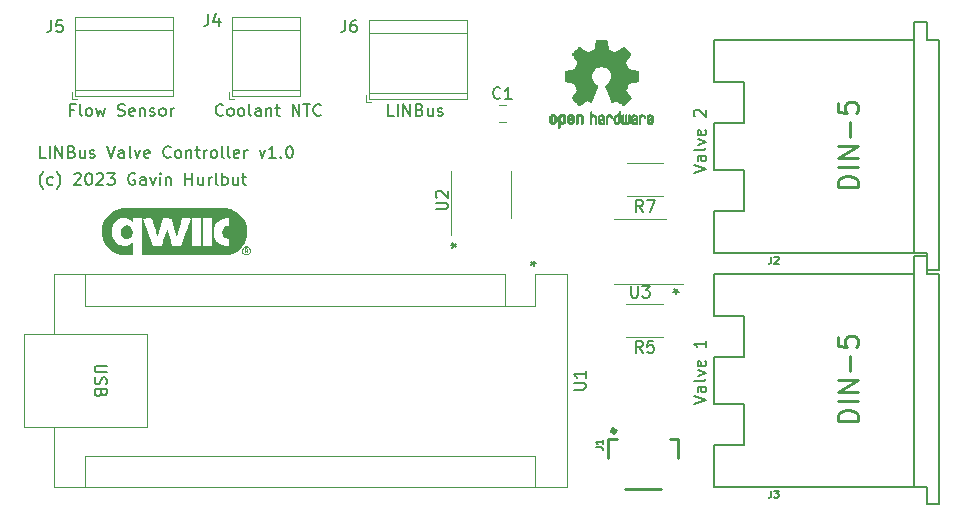
<source format=gbr>
%TF.GenerationSoftware,KiCad,Pcbnew,(6.0.10)*%
%TF.CreationDate,2023-02-04T01:48:26-05:00*%
%TF.ProjectId,lin-valve-control,6c696e2d-7661-46c7-9665-2d636f6e7472,rev?*%
%TF.SameCoordinates,Original*%
%TF.FileFunction,Legend,Top*%
%TF.FilePolarity,Positive*%
%FSLAX46Y46*%
G04 Gerber Fmt 4.6, Leading zero omitted, Abs format (unit mm)*
G04 Created by KiCad (PCBNEW (6.0.10)) date 2023-02-04 01:48:26*
%MOMM*%
%LPD*%
G01*
G04 APERTURE LIST*
%ADD10C,0.150000*%
%ADD11C,0.127000*%
%ADD12C,0.254000*%
%ADD13C,0.010000*%
%ADD14C,0.120000*%
%ADD15C,0.398780*%
%ADD16C,0.203200*%
G04 APERTURE END LIST*
D10*
X154433047Y-74239333D02*
X154385428Y-74191714D01*
X154290190Y-74048857D01*
X154242571Y-73953619D01*
X154194952Y-73810761D01*
X154147333Y-73572666D01*
X154147333Y-73382190D01*
X154194952Y-73144095D01*
X154242571Y-73001238D01*
X154290190Y-72906000D01*
X154385428Y-72763142D01*
X154433047Y-72715523D01*
X155242571Y-73810761D02*
X155147333Y-73858380D01*
X154956857Y-73858380D01*
X154861619Y-73810761D01*
X154814000Y-73763142D01*
X154766380Y-73667904D01*
X154766380Y-73382190D01*
X154814000Y-73286952D01*
X154861619Y-73239333D01*
X154956857Y-73191714D01*
X155147333Y-73191714D01*
X155242571Y-73239333D01*
X155575904Y-74239333D02*
X155623523Y-74191714D01*
X155718761Y-74048857D01*
X155766380Y-73953619D01*
X155814000Y-73810761D01*
X155861619Y-73572666D01*
X155861619Y-73382190D01*
X155814000Y-73144095D01*
X155766380Y-73001238D01*
X155718761Y-72906000D01*
X155623523Y-72763142D01*
X155575904Y-72715523D01*
X157052095Y-72953619D02*
X157099714Y-72906000D01*
X157194952Y-72858380D01*
X157433047Y-72858380D01*
X157528285Y-72906000D01*
X157575904Y-72953619D01*
X157623523Y-73048857D01*
X157623523Y-73144095D01*
X157575904Y-73286952D01*
X157004476Y-73858380D01*
X157623523Y-73858380D01*
X158242571Y-72858380D02*
X158337809Y-72858380D01*
X158433047Y-72906000D01*
X158480666Y-72953619D01*
X158528285Y-73048857D01*
X158575904Y-73239333D01*
X158575904Y-73477428D01*
X158528285Y-73667904D01*
X158480666Y-73763142D01*
X158433047Y-73810761D01*
X158337809Y-73858380D01*
X158242571Y-73858380D01*
X158147333Y-73810761D01*
X158099714Y-73763142D01*
X158052095Y-73667904D01*
X158004476Y-73477428D01*
X158004476Y-73239333D01*
X158052095Y-73048857D01*
X158099714Y-72953619D01*
X158147333Y-72906000D01*
X158242571Y-72858380D01*
X158956857Y-72953619D02*
X159004476Y-72906000D01*
X159099714Y-72858380D01*
X159337809Y-72858380D01*
X159433047Y-72906000D01*
X159480666Y-72953619D01*
X159528285Y-73048857D01*
X159528285Y-73144095D01*
X159480666Y-73286952D01*
X158909238Y-73858380D01*
X159528285Y-73858380D01*
X159861619Y-72858380D02*
X160480666Y-72858380D01*
X160147333Y-73239333D01*
X160290190Y-73239333D01*
X160385428Y-73286952D01*
X160433047Y-73334571D01*
X160480666Y-73429809D01*
X160480666Y-73667904D01*
X160433047Y-73763142D01*
X160385428Y-73810761D01*
X160290190Y-73858380D01*
X160004476Y-73858380D01*
X159909238Y-73810761D01*
X159861619Y-73763142D01*
X162194952Y-72906000D02*
X162099714Y-72858380D01*
X161956857Y-72858380D01*
X161814000Y-72906000D01*
X161718761Y-73001238D01*
X161671142Y-73096476D01*
X161623523Y-73286952D01*
X161623523Y-73429809D01*
X161671142Y-73620285D01*
X161718761Y-73715523D01*
X161814000Y-73810761D01*
X161956857Y-73858380D01*
X162052095Y-73858380D01*
X162194952Y-73810761D01*
X162242571Y-73763142D01*
X162242571Y-73429809D01*
X162052095Y-73429809D01*
X163099714Y-73858380D02*
X163099714Y-73334571D01*
X163052095Y-73239333D01*
X162956857Y-73191714D01*
X162766380Y-73191714D01*
X162671142Y-73239333D01*
X163099714Y-73810761D02*
X163004476Y-73858380D01*
X162766380Y-73858380D01*
X162671142Y-73810761D01*
X162623523Y-73715523D01*
X162623523Y-73620285D01*
X162671142Y-73525047D01*
X162766380Y-73477428D01*
X163004476Y-73477428D01*
X163099714Y-73429809D01*
X163480666Y-73191714D02*
X163718761Y-73858380D01*
X163956857Y-73191714D01*
X164337809Y-73858380D02*
X164337809Y-73191714D01*
X164337809Y-72858380D02*
X164290190Y-72906000D01*
X164337809Y-72953619D01*
X164385428Y-72906000D01*
X164337809Y-72858380D01*
X164337809Y-72953619D01*
X164814000Y-73191714D02*
X164814000Y-73858380D01*
X164814000Y-73286952D02*
X164861619Y-73239333D01*
X164956857Y-73191714D01*
X165099714Y-73191714D01*
X165194952Y-73239333D01*
X165242571Y-73334571D01*
X165242571Y-73858380D01*
X166480666Y-73858380D02*
X166480666Y-72858380D01*
X166480666Y-73334571D02*
X167052095Y-73334571D01*
X167052095Y-73858380D02*
X167052095Y-72858380D01*
X167956857Y-73191714D02*
X167956857Y-73858380D01*
X167528285Y-73191714D02*
X167528285Y-73715523D01*
X167575904Y-73810761D01*
X167671142Y-73858380D01*
X167814000Y-73858380D01*
X167909238Y-73810761D01*
X167956857Y-73763142D01*
X168433047Y-73858380D02*
X168433047Y-73191714D01*
X168433047Y-73382190D02*
X168480666Y-73286952D01*
X168528285Y-73239333D01*
X168623523Y-73191714D01*
X168718761Y-73191714D01*
X169194952Y-73858380D02*
X169099714Y-73810761D01*
X169052095Y-73715523D01*
X169052095Y-72858380D01*
X169575904Y-73858380D02*
X169575904Y-72858380D01*
X169575904Y-73239333D02*
X169671142Y-73191714D01*
X169861619Y-73191714D01*
X169956857Y-73239333D01*
X170004476Y-73286952D01*
X170052095Y-73382190D01*
X170052095Y-73667904D01*
X170004476Y-73763142D01*
X169956857Y-73810761D01*
X169861619Y-73858380D01*
X169671142Y-73858380D01*
X169575904Y-73810761D01*
X170909238Y-73191714D02*
X170909238Y-73858380D01*
X170480666Y-73191714D02*
X170480666Y-73715523D01*
X170528285Y-73810761D01*
X170623523Y-73858380D01*
X170766380Y-73858380D01*
X170861619Y-73810761D01*
X170909238Y-73763142D01*
X171242571Y-73191714D02*
X171623523Y-73191714D01*
X171385428Y-72858380D02*
X171385428Y-73715523D01*
X171433047Y-73810761D01*
X171528285Y-73858380D01*
X171623523Y-73858380D01*
X154655523Y-71572380D02*
X154179333Y-71572380D01*
X154179333Y-70572380D01*
X154988857Y-71572380D02*
X154988857Y-70572380D01*
X155465047Y-71572380D02*
X155465047Y-70572380D01*
X156036476Y-71572380D01*
X156036476Y-70572380D01*
X156846000Y-71048571D02*
X156988857Y-71096190D01*
X157036476Y-71143809D01*
X157084095Y-71239047D01*
X157084095Y-71381904D01*
X157036476Y-71477142D01*
X156988857Y-71524761D01*
X156893619Y-71572380D01*
X156512666Y-71572380D01*
X156512666Y-70572380D01*
X156846000Y-70572380D01*
X156941238Y-70620000D01*
X156988857Y-70667619D01*
X157036476Y-70762857D01*
X157036476Y-70858095D01*
X156988857Y-70953333D01*
X156941238Y-71000952D01*
X156846000Y-71048571D01*
X156512666Y-71048571D01*
X157941238Y-70905714D02*
X157941238Y-71572380D01*
X157512666Y-70905714D02*
X157512666Y-71429523D01*
X157560285Y-71524761D01*
X157655523Y-71572380D01*
X157798380Y-71572380D01*
X157893619Y-71524761D01*
X157941238Y-71477142D01*
X158369809Y-71524761D02*
X158465047Y-71572380D01*
X158655523Y-71572380D01*
X158750761Y-71524761D01*
X158798380Y-71429523D01*
X158798380Y-71381904D01*
X158750761Y-71286666D01*
X158655523Y-71239047D01*
X158512666Y-71239047D01*
X158417428Y-71191428D01*
X158369809Y-71096190D01*
X158369809Y-71048571D01*
X158417428Y-70953333D01*
X158512666Y-70905714D01*
X158655523Y-70905714D01*
X158750761Y-70953333D01*
X159846000Y-70572380D02*
X160179333Y-71572380D01*
X160512666Y-70572380D01*
X161274571Y-71572380D02*
X161274571Y-71048571D01*
X161226952Y-70953333D01*
X161131714Y-70905714D01*
X160941238Y-70905714D01*
X160846000Y-70953333D01*
X161274571Y-71524761D02*
X161179333Y-71572380D01*
X160941238Y-71572380D01*
X160846000Y-71524761D01*
X160798380Y-71429523D01*
X160798380Y-71334285D01*
X160846000Y-71239047D01*
X160941238Y-71191428D01*
X161179333Y-71191428D01*
X161274571Y-71143809D01*
X161893619Y-71572380D02*
X161798380Y-71524761D01*
X161750761Y-71429523D01*
X161750761Y-70572380D01*
X162179333Y-70905714D02*
X162417428Y-71572380D01*
X162655523Y-70905714D01*
X163417428Y-71524761D02*
X163322190Y-71572380D01*
X163131714Y-71572380D01*
X163036476Y-71524761D01*
X162988857Y-71429523D01*
X162988857Y-71048571D01*
X163036476Y-70953333D01*
X163131714Y-70905714D01*
X163322190Y-70905714D01*
X163417428Y-70953333D01*
X163465047Y-71048571D01*
X163465047Y-71143809D01*
X162988857Y-71239047D01*
X165226952Y-71477142D02*
X165179333Y-71524761D01*
X165036476Y-71572380D01*
X164941238Y-71572380D01*
X164798380Y-71524761D01*
X164703142Y-71429523D01*
X164655523Y-71334285D01*
X164607904Y-71143809D01*
X164607904Y-71000952D01*
X164655523Y-70810476D01*
X164703142Y-70715238D01*
X164798380Y-70620000D01*
X164941238Y-70572380D01*
X165036476Y-70572380D01*
X165179333Y-70620000D01*
X165226952Y-70667619D01*
X165798380Y-71572380D02*
X165703142Y-71524761D01*
X165655523Y-71477142D01*
X165607904Y-71381904D01*
X165607904Y-71096190D01*
X165655523Y-71000952D01*
X165703142Y-70953333D01*
X165798380Y-70905714D01*
X165941238Y-70905714D01*
X166036476Y-70953333D01*
X166084095Y-71000952D01*
X166131714Y-71096190D01*
X166131714Y-71381904D01*
X166084095Y-71477142D01*
X166036476Y-71524761D01*
X165941238Y-71572380D01*
X165798380Y-71572380D01*
X166560285Y-70905714D02*
X166560285Y-71572380D01*
X166560285Y-71000952D02*
X166607904Y-70953333D01*
X166703142Y-70905714D01*
X166846000Y-70905714D01*
X166941238Y-70953333D01*
X166988857Y-71048571D01*
X166988857Y-71572380D01*
X167322190Y-70905714D02*
X167703142Y-70905714D01*
X167465047Y-70572380D02*
X167465047Y-71429523D01*
X167512666Y-71524761D01*
X167607904Y-71572380D01*
X167703142Y-71572380D01*
X168036476Y-71572380D02*
X168036476Y-70905714D01*
X168036476Y-71096190D02*
X168084095Y-71000952D01*
X168131714Y-70953333D01*
X168226952Y-70905714D01*
X168322190Y-70905714D01*
X168798380Y-71572380D02*
X168703142Y-71524761D01*
X168655523Y-71477142D01*
X168607904Y-71381904D01*
X168607904Y-71096190D01*
X168655523Y-71000952D01*
X168703142Y-70953333D01*
X168798380Y-70905714D01*
X168941238Y-70905714D01*
X169036476Y-70953333D01*
X169084095Y-71000952D01*
X169131714Y-71096190D01*
X169131714Y-71381904D01*
X169084095Y-71477142D01*
X169036476Y-71524761D01*
X168941238Y-71572380D01*
X168798380Y-71572380D01*
X169703142Y-71572380D02*
X169607904Y-71524761D01*
X169560285Y-71429523D01*
X169560285Y-70572380D01*
X170226952Y-71572380D02*
X170131714Y-71524761D01*
X170084095Y-71429523D01*
X170084095Y-70572380D01*
X170988857Y-71524761D02*
X170893619Y-71572380D01*
X170703142Y-71572380D01*
X170607904Y-71524761D01*
X170560285Y-71429523D01*
X170560285Y-71048571D01*
X170607904Y-70953333D01*
X170703142Y-70905714D01*
X170893619Y-70905714D01*
X170988857Y-70953333D01*
X171036476Y-71048571D01*
X171036476Y-71143809D01*
X170560285Y-71239047D01*
X171465047Y-71572380D02*
X171465047Y-70905714D01*
X171465047Y-71096190D02*
X171512666Y-71000952D01*
X171560285Y-70953333D01*
X171655523Y-70905714D01*
X171750761Y-70905714D01*
X172750761Y-70905714D02*
X172988857Y-71572380D01*
X173226952Y-70905714D01*
X174131714Y-71572380D02*
X173560285Y-71572380D01*
X173846000Y-71572380D02*
X173846000Y-70572380D01*
X173750761Y-70715238D01*
X173655523Y-70810476D01*
X173560285Y-70858095D01*
X174560285Y-71477142D02*
X174607904Y-71524761D01*
X174560285Y-71572380D01*
X174512666Y-71524761D01*
X174560285Y-71477142D01*
X174560285Y-71572380D01*
X175226952Y-70572380D02*
X175322190Y-70572380D01*
X175417428Y-70620000D01*
X175465047Y-70667619D01*
X175512666Y-70762857D01*
X175560285Y-70953333D01*
X175560285Y-71191428D01*
X175512666Y-71381904D01*
X175465047Y-71477142D01*
X175417428Y-71524761D01*
X175322190Y-71572380D01*
X175226952Y-71572380D01*
X175131714Y-71524761D01*
X175084095Y-71477142D01*
X175036476Y-71381904D01*
X174988857Y-71191428D01*
X174988857Y-70953333D01*
X175036476Y-70762857D01*
X175084095Y-70667619D01*
X175131714Y-70620000D01*
X175226952Y-70572380D01*
X209510380Y-72818285D02*
X210510380Y-72484952D01*
X209510380Y-72151619D01*
X210510380Y-71389714D02*
X209986571Y-71389714D01*
X209891333Y-71437333D01*
X209843714Y-71532571D01*
X209843714Y-71723047D01*
X209891333Y-71818285D01*
X210462761Y-71389714D02*
X210510380Y-71484952D01*
X210510380Y-71723047D01*
X210462761Y-71818285D01*
X210367523Y-71865904D01*
X210272285Y-71865904D01*
X210177047Y-71818285D01*
X210129428Y-71723047D01*
X210129428Y-71484952D01*
X210081809Y-71389714D01*
X210510380Y-70770666D02*
X210462761Y-70865904D01*
X210367523Y-70913523D01*
X209510380Y-70913523D01*
X209843714Y-70484952D02*
X210510380Y-70246857D01*
X209843714Y-70008761D01*
X210462761Y-69246857D02*
X210510380Y-69342095D01*
X210510380Y-69532571D01*
X210462761Y-69627809D01*
X210367523Y-69675428D01*
X209986571Y-69675428D01*
X209891333Y-69627809D01*
X209843714Y-69532571D01*
X209843714Y-69342095D01*
X209891333Y-69246857D01*
X209986571Y-69199238D01*
X210081809Y-69199238D01*
X210177047Y-69675428D01*
X209605619Y-68056380D02*
X209558000Y-68008761D01*
X209510380Y-67913523D01*
X209510380Y-67675428D01*
X209558000Y-67580190D01*
X209605619Y-67532571D01*
X209700857Y-67484952D01*
X209796095Y-67484952D01*
X209938952Y-67532571D01*
X210510380Y-68104000D01*
X210510380Y-67484952D01*
X209510380Y-92376285D02*
X210510380Y-92042952D01*
X209510380Y-91709619D01*
X210510380Y-90947714D02*
X209986571Y-90947714D01*
X209891333Y-90995333D01*
X209843714Y-91090571D01*
X209843714Y-91281047D01*
X209891333Y-91376285D01*
X210462761Y-90947714D02*
X210510380Y-91042952D01*
X210510380Y-91281047D01*
X210462761Y-91376285D01*
X210367523Y-91423904D01*
X210272285Y-91423904D01*
X210177047Y-91376285D01*
X210129428Y-91281047D01*
X210129428Y-91042952D01*
X210081809Y-90947714D01*
X210510380Y-90328666D02*
X210462761Y-90423904D01*
X210367523Y-90471523D01*
X209510380Y-90471523D01*
X209843714Y-90042952D02*
X210510380Y-89804857D01*
X209843714Y-89566761D01*
X210462761Y-88804857D02*
X210510380Y-88900095D01*
X210510380Y-89090571D01*
X210462761Y-89185809D01*
X210367523Y-89233428D01*
X209986571Y-89233428D01*
X209891333Y-89185809D01*
X209843714Y-89090571D01*
X209843714Y-88900095D01*
X209891333Y-88804857D01*
X209986571Y-88757238D01*
X210081809Y-88757238D01*
X210177047Y-89233428D01*
X210510380Y-87042952D02*
X210510380Y-87614380D01*
X210510380Y-87328666D02*
X209510380Y-87328666D01*
X209653238Y-87423904D01*
X209748476Y-87519142D01*
X209796095Y-87614380D01*
X184118476Y-68016380D02*
X183642285Y-68016380D01*
X183642285Y-67016380D01*
X184451809Y-68016380D02*
X184451809Y-67016380D01*
X184928000Y-68016380D02*
X184928000Y-67016380D01*
X185499428Y-68016380D01*
X185499428Y-67016380D01*
X186308952Y-67492571D02*
X186451809Y-67540190D01*
X186499428Y-67587809D01*
X186547047Y-67683047D01*
X186547047Y-67825904D01*
X186499428Y-67921142D01*
X186451809Y-67968761D01*
X186356571Y-68016380D01*
X185975619Y-68016380D01*
X185975619Y-67016380D01*
X186308952Y-67016380D01*
X186404190Y-67064000D01*
X186451809Y-67111619D01*
X186499428Y-67206857D01*
X186499428Y-67302095D01*
X186451809Y-67397333D01*
X186404190Y-67444952D01*
X186308952Y-67492571D01*
X185975619Y-67492571D01*
X187404190Y-67349714D02*
X187404190Y-68016380D01*
X186975619Y-67349714D02*
X186975619Y-67873523D01*
X187023238Y-67968761D01*
X187118476Y-68016380D01*
X187261333Y-68016380D01*
X187356571Y-67968761D01*
X187404190Y-67921142D01*
X187832761Y-67968761D02*
X187928000Y-68016380D01*
X188118476Y-68016380D01*
X188213714Y-67968761D01*
X188261333Y-67873523D01*
X188261333Y-67825904D01*
X188213714Y-67730666D01*
X188118476Y-67683047D01*
X187975619Y-67683047D01*
X187880380Y-67635428D01*
X187832761Y-67540190D01*
X187832761Y-67492571D01*
X187880380Y-67397333D01*
X187975619Y-67349714D01*
X188118476Y-67349714D01*
X188213714Y-67397333D01*
X169648666Y-67921142D02*
X169601047Y-67968761D01*
X169458190Y-68016380D01*
X169362952Y-68016380D01*
X169220095Y-67968761D01*
X169124857Y-67873523D01*
X169077238Y-67778285D01*
X169029619Y-67587809D01*
X169029619Y-67444952D01*
X169077238Y-67254476D01*
X169124857Y-67159238D01*
X169220095Y-67064000D01*
X169362952Y-67016380D01*
X169458190Y-67016380D01*
X169601047Y-67064000D01*
X169648666Y-67111619D01*
X170220095Y-68016380D02*
X170124857Y-67968761D01*
X170077238Y-67921142D01*
X170029619Y-67825904D01*
X170029619Y-67540190D01*
X170077238Y-67444952D01*
X170124857Y-67397333D01*
X170220095Y-67349714D01*
X170362952Y-67349714D01*
X170458190Y-67397333D01*
X170505809Y-67444952D01*
X170553428Y-67540190D01*
X170553428Y-67825904D01*
X170505809Y-67921142D01*
X170458190Y-67968761D01*
X170362952Y-68016380D01*
X170220095Y-68016380D01*
X171124857Y-68016380D02*
X171029619Y-67968761D01*
X170982000Y-67921142D01*
X170934380Y-67825904D01*
X170934380Y-67540190D01*
X170982000Y-67444952D01*
X171029619Y-67397333D01*
X171124857Y-67349714D01*
X171267714Y-67349714D01*
X171362952Y-67397333D01*
X171410571Y-67444952D01*
X171458190Y-67540190D01*
X171458190Y-67825904D01*
X171410571Y-67921142D01*
X171362952Y-67968761D01*
X171267714Y-68016380D01*
X171124857Y-68016380D01*
X172029619Y-68016380D02*
X171934380Y-67968761D01*
X171886761Y-67873523D01*
X171886761Y-67016380D01*
X172839142Y-68016380D02*
X172839142Y-67492571D01*
X172791523Y-67397333D01*
X172696285Y-67349714D01*
X172505809Y-67349714D01*
X172410571Y-67397333D01*
X172839142Y-67968761D02*
X172743904Y-68016380D01*
X172505809Y-68016380D01*
X172410571Y-67968761D01*
X172362952Y-67873523D01*
X172362952Y-67778285D01*
X172410571Y-67683047D01*
X172505809Y-67635428D01*
X172743904Y-67635428D01*
X172839142Y-67587809D01*
X173315333Y-67349714D02*
X173315333Y-68016380D01*
X173315333Y-67444952D02*
X173362952Y-67397333D01*
X173458190Y-67349714D01*
X173601047Y-67349714D01*
X173696285Y-67397333D01*
X173743904Y-67492571D01*
X173743904Y-68016380D01*
X174077238Y-67349714D02*
X174458190Y-67349714D01*
X174220095Y-67016380D02*
X174220095Y-67873523D01*
X174267714Y-67968761D01*
X174362952Y-68016380D01*
X174458190Y-68016380D01*
X175553428Y-68016380D02*
X175553428Y-67016380D01*
X176124857Y-68016380D01*
X176124857Y-67016380D01*
X176458190Y-67016380D02*
X177029619Y-67016380D01*
X176743904Y-68016380D02*
X176743904Y-67016380D01*
X177934380Y-67921142D02*
X177886761Y-67968761D01*
X177743904Y-68016380D01*
X177648666Y-68016380D01*
X177505809Y-67968761D01*
X177410571Y-67873523D01*
X177362952Y-67778285D01*
X177315333Y-67587809D01*
X177315333Y-67444952D01*
X177362952Y-67254476D01*
X177410571Y-67159238D01*
X177505809Y-67064000D01*
X177648666Y-67016380D01*
X177743904Y-67016380D01*
X177886761Y-67064000D01*
X177934380Y-67111619D01*
X157036000Y-67492571D02*
X156702666Y-67492571D01*
X156702666Y-68016380D02*
X156702666Y-67016380D01*
X157178857Y-67016380D01*
X157702666Y-68016380D02*
X157607428Y-67968761D01*
X157559809Y-67873523D01*
X157559809Y-67016380D01*
X158226476Y-68016380D02*
X158131238Y-67968761D01*
X158083619Y-67921142D01*
X158036000Y-67825904D01*
X158036000Y-67540190D01*
X158083619Y-67444952D01*
X158131238Y-67397333D01*
X158226476Y-67349714D01*
X158369333Y-67349714D01*
X158464571Y-67397333D01*
X158512190Y-67444952D01*
X158559809Y-67540190D01*
X158559809Y-67825904D01*
X158512190Y-67921142D01*
X158464571Y-67968761D01*
X158369333Y-68016380D01*
X158226476Y-68016380D01*
X158893142Y-67349714D02*
X159083619Y-68016380D01*
X159274095Y-67540190D01*
X159464571Y-68016380D01*
X159655047Y-67349714D01*
X160750285Y-67968761D02*
X160893142Y-68016380D01*
X161131238Y-68016380D01*
X161226476Y-67968761D01*
X161274095Y-67921142D01*
X161321714Y-67825904D01*
X161321714Y-67730666D01*
X161274095Y-67635428D01*
X161226476Y-67587809D01*
X161131238Y-67540190D01*
X160940761Y-67492571D01*
X160845523Y-67444952D01*
X160797904Y-67397333D01*
X160750285Y-67302095D01*
X160750285Y-67206857D01*
X160797904Y-67111619D01*
X160845523Y-67064000D01*
X160940761Y-67016380D01*
X161178857Y-67016380D01*
X161321714Y-67064000D01*
X162131238Y-67968761D02*
X162036000Y-68016380D01*
X161845523Y-68016380D01*
X161750285Y-67968761D01*
X161702666Y-67873523D01*
X161702666Y-67492571D01*
X161750285Y-67397333D01*
X161845523Y-67349714D01*
X162036000Y-67349714D01*
X162131238Y-67397333D01*
X162178857Y-67492571D01*
X162178857Y-67587809D01*
X161702666Y-67683047D01*
X162607428Y-67349714D02*
X162607428Y-68016380D01*
X162607428Y-67444952D02*
X162655047Y-67397333D01*
X162750285Y-67349714D01*
X162893142Y-67349714D01*
X162988380Y-67397333D01*
X163036000Y-67492571D01*
X163036000Y-68016380D01*
X163464571Y-67968761D02*
X163559809Y-68016380D01*
X163750285Y-68016380D01*
X163845523Y-67968761D01*
X163893142Y-67873523D01*
X163893142Y-67825904D01*
X163845523Y-67730666D01*
X163750285Y-67683047D01*
X163607428Y-67683047D01*
X163512190Y-67635428D01*
X163464571Y-67540190D01*
X163464571Y-67492571D01*
X163512190Y-67397333D01*
X163607428Y-67349714D01*
X163750285Y-67349714D01*
X163845523Y-67397333D01*
X164464571Y-68016380D02*
X164369333Y-67968761D01*
X164321714Y-67921142D01*
X164274095Y-67825904D01*
X164274095Y-67540190D01*
X164321714Y-67444952D01*
X164369333Y-67397333D01*
X164464571Y-67349714D01*
X164607428Y-67349714D01*
X164702666Y-67397333D01*
X164750285Y-67444952D01*
X164797904Y-67540190D01*
X164797904Y-67825904D01*
X164750285Y-67921142D01*
X164702666Y-67968761D01*
X164607428Y-68016380D01*
X164464571Y-68016380D01*
X165226476Y-68016380D02*
X165226476Y-67349714D01*
X165226476Y-67540190D02*
X165274095Y-67444952D01*
X165321714Y-67397333D01*
X165416952Y-67349714D01*
X165512190Y-67349714D01*
%TO.C,U1*%
X199350380Y-91195904D02*
X200159904Y-91195904D01*
X200255142Y-91148285D01*
X200302761Y-91100666D01*
X200350380Y-91005428D01*
X200350380Y-90814952D01*
X200302761Y-90719714D01*
X200255142Y-90672095D01*
X200159904Y-90624476D01*
X199350380Y-90624476D01*
X200350380Y-89624476D02*
X200350380Y-90195904D01*
X200350380Y-89910190D02*
X199350380Y-89910190D01*
X199493238Y-90005428D01*
X199588476Y-90100666D01*
X199636095Y-90195904D01*
X159805619Y-89172095D02*
X158996095Y-89172095D01*
X158900857Y-89219714D01*
X158853238Y-89267333D01*
X158805619Y-89362571D01*
X158805619Y-89553047D01*
X158853238Y-89648285D01*
X158900857Y-89695904D01*
X158996095Y-89743523D01*
X159805619Y-89743523D01*
X158853238Y-90172095D02*
X158805619Y-90314952D01*
X158805619Y-90553047D01*
X158853238Y-90648285D01*
X158900857Y-90695904D01*
X158996095Y-90743523D01*
X159091333Y-90743523D01*
X159186571Y-90695904D01*
X159234190Y-90648285D01*
X159281809Y-90553047D01*
X159329428Y-90362571D01*
X159377047Y-90267333D01*
X159424666Y-90219714D01*
X159519904Y-90172095D01*
X159615142Y-90172095D01*
X159710380Y-90219714D01*
X159758000Y-90267333D01*
X159805619Y-90362571D01*
X159805619Y-90600666D01*
X159758000Y-90743523D01*
X159329428Y-91505428D02*
X159281809Y-91648285D01*
X159234190Y-91695904D01*
X159138952Y-91743523D01*
X158996095Y-91743523D01*
X158900857Y-91695904D01*
X158853238Y-91648285D01*
X158805619Y-91553047D01*
X158805619Y-91172095D01*
X159805619Y-91172095D01*
X159805619Y-91505428D01*
X159758000Y-91600666D01*
X159710380Y-91648285D01*
X159615142Y-91695904D01*
X159519904Y-91695904D01*
X159424666Y-91648285D01*
X159377047Y-91600666D01*
X159329428Y-91505428D01*
X159329428Y-91172095D01*
X196127619Y-80518000D02*
X195889523Y-80518000D01*
X195984761Y-80279904D02*
X195889523Y-80518000D01*
X195984761Y-80756095D01*
X195699047Y-80375142D02*
X195889523Y-80518000D01*
X195699047Y-80660857D01*
D11*
%TO.C,J1*%
X201205011Y-96088200D02*
X201640440Y-96088200D01*
X201727525Y-96117228D01*
X201785582Y-96175285D01*
X201814611Y-96262371D01*
X201814611Y-96320428D01*
X201814611Y-95478600D02*
X201814611Y-95826942D01*
X201814611Y-95652771D02*
X201205011Y-95652771D01*
X201292097Y-95710828D01*
X201350154Y-95768885D01*
X201379182Y-95826942D01*
D10*
%TO.C,U3*%
X204216095Y-82404380D02*
X204216095Y-83213904D01*
X204263714Y-83309142D01*
X204311333Y-83356761D01*
X204406571Y-83404380D01*
X204597047Y-83404380D01*
X204692285Y-83356761D01*
X204739904Y-83309142D01*
X204787523Y-83213904D01*
X204787523Y-82404380D01*
X205168476Y-82404380D02*
X205787523Y-82404380D01*
X205454190Y-82785333D01*
X205597047Y-82785333D01*
X205692285Y-82832952D01*
X205739904Y-82880571D01*
X205787523Y-82975809D01*
X205787523Y-83213904D01*
X205739904Y-83309142D01*
X205692285Y-83356761D01*
X205597047Y-83404380D01*
X205311333Y-83404380D01*
X205216095Y-83356761D01*
X205168476Y-83309142D01*
X208026000Y-83097619D02*
X208026000Y-82859523D01*
X208264095Y-82954761D02*
X208026000Y-82859523D01*
X207787904Y-82954761D01*
X208168857Y-82669047D02*
X208026000Y-82859523D01*
X207883142Y-82669047D01*
%TO.C,U2*%
X187666380Y-75945904D02*
X188475904Y-75945904D01*
X188571142Y-75898285D01*
X188618761Y-75850666D01*
X188666380Y-75755428D01*
X188666380Y-75564952D01*
X188618761Y-75469714D01*
X188571142Y-75422095D01*
X188475904Y-75374476D01*
X187666380Y-75374476D01*
X187761619Y-74945904D02*
X187714000Y-74898285D01*
X187666380Y-74803047D01*
X187666380Y-74564952D01*
X187714000Y-74469714D01*
X187761619Y-74422095D01*
X187856857Y-74374476D01*
X187952095Y-74374476D01*
X188094952Y-74422095D01*
X188666380Y-74993523D01*
X188666380Y-74374476D01*
X188936380Y-78994000D02*
X189174476Y-78994000D01*
X189079238Y-79232095D02*
X189174476Y-78994000D01*
X189079238Y-78755904D01*
X189364952Y-79136857D02*
X189174476Y-78994000D01*
X189364952Y-78851142D01*
%TO.C,R7*%
X205205333Y-76138380D02*
X204872000Y-75662190D01*
X204633904Y-76138380D02*
X204633904Y-75138380D01*
X205014857Y-75138380D01*
X205110095Y-75186000D01*
X205157714Y-75233619D01*
X205205333Y-75328857D01*
X205205333Y-75471714D01*
X205157714Y-75566952D01*
X205110095Y-75614571D01*
X205014857Y-75662190D01*
X204633904Y-75662190D01*
X205538666Y-75138380D02*
X206205333Y-75138380D01*
X205776761Y-76138380D01*
%TO.C,R5*%
X205179333Y-88076380D02*
X204846000Y-87600190D01*
X204607904Y-88076380D02*
X204607904Y-87076380D01*
X204988857Y-87076380D01*
X205084095Y-87124000D01*
X205131714Y-87171619D01*
X205179333Y-87266857D01*
X205179333Y-87409714D01*
X205131714Y-87504952D01*
X205084095Y-87552571D01*
X204988857Y-87600190D01*
X204607904Y-87600190D01*
X206084095Y-87076380D02*
X205607904Y-87076380D01*
X205560285Y-87552571D01*
X205607904Y-87504952D01*
X205703142Y-87457333D01*
X205941238Y-87457333D01*
X206036476Y-87504952D01*
X206084095Y-87552571D01*
X206131714Y-87647809D01*
X206131714Y-87885904D01*
X206084095Y-87981142D01*
X206036476Y-88028761D01*
X205941238Y-88076380D01*
X205703142Y-88076380D01*
X205607904Y-88028761D01*
X205560285Y-87981142D01*
%TO.C,J5*%
X155114666Y-59904380D02*
X155114666Y-60618666D01*
X155067047Y-60761523D01*
X154971809Y-60856761D01*
X154828952Y-60904380D01*
X154733714Y-60904380D01*
X156067047Y-59904380D02*
X155590857Y-59904380D01*
X155543238Y-60380571D01*
X155590857Y-60332952D01*
X155686095Y-60285333D01*
X155924190Y-60285333D01*
X156019428Y-60332952D01*
X156067047Y-60380571D01*
X156114666Y-60475809D01*
X156114666Y-60713904D01*
X156067047Y-60809142D01*
X156019428Y-60856761D01*
X155924190Y-60904380D01*
X155686095Y-60904380D01*
X155590857Y-60856761D01*
X155543238Y-60809142D01*
%TO.C,J4*%
X168406666Y-59396380D02*
X168406666Y-60110666D01*
X168359047Y-60253523D01*
X168263809Y-60348761D01*
X168120952Y-60396380D01*
X168025714Y-60396380D01*
X169311428Y-59729714D02*
X169311428Y-60396380D01*
X169073333Y-59348761D02*
X168835238Y-60063047D01*
X169454285Y-60063047D01*
D11*
%TO.C,J3*%
X216085420Y-99742171D02*
X216085420Y-100177600D01*
X216056391Y-100264685D01*
X215998334Y-100322742D01*
X215911248Y-100351771D01*
X215853191Y-100351771D01*
X216317648Y-99742171D02*
X216695020Y-99742171D01*
X216491820Y-99974400D01*
X216578905Y-99974400D01*
X216636962Y-100003428D01*
X216665991Y-100032457D01*
X216695020Y-100090514D01*
X216695020Y-100235657D01*
X216665991Y-100293714D01*
X216636962Y-100322742D01*
X216578905Y-100351771D01*
X216404734Y-100351771D01*
X216346677Y-100322742D01*
X216317648Y-100293714D01*
D12*
X223396991Y-93849371D02*
X221720591Y-93849371D01*
X221720591Y-93450228D01*
X221800420Y-93210742D01*
X221960077Y-93051085D01*
X222119734Y-92971257D01*
X222439048Y-92891428D01*
X222678534Y-92891428D01*
X222997848Y-92971257D01*
X223157505Y-93051085D01*
X223317162Y-93210742D01*
X223396991Y-93450228D01*
X223396991Y-93849371D01*
X223396991Y-92172971D02*
X221720591Y-92172971D01*
X223396991Y-91374685D02*
X221720591Y-91374685D01*
X223396991Y-90416742D01*
X221720591Y-90416742D01*
X222758362Y-89618457D02*
X222758362Y-88341200D01*
X221720591Y-86744628D02*
X221720591Y-87542914D01*
X222518877Y-87622742D01*
X222439048Y-87542914D01*
X222359220Y-87383257D01*
X222359220Y-86984114D01*
X222439048Y-86824457D01*
X222518877Y-86744628D01*
X222678534Y-86664800D01*
X223077677Y-86664800D01*
X223237334Y-86744628D01*
X223317162Y-86824457D01*
X223396991Y-86984114D01*
X223396991Y-87383257D01*
X223317162Y-87542914D01*
X223237334Y-87622742D01*
D11*
%TO.C,J2*%
X216085420Y-79930171D02*
X216085420Y-80365600D01*
X216056391Y-80452685D01*
X215998334Y-80510742D01*
X215911248Y-80539771D01*
X215853191Y-80539771D01*
X216346677Y-79988228D02*
X216375705Y-79959200D01*
X216433762Y-79930171D01*
X216578905Y-79930171D01*
X216636962Y-79959200D01*
X216665991Y-79988228D01*
X216695020Y-80046285D01*
X216695020Y-80104342D01*
X216665991Y-80191428D01*
X216317648Y-80539771D01*
X216695020Y-80539771D01*
D12*
X223396991Y-74037371D02*
X221720591Y-74037371D01*
X221720591Y-73638228D01*
X221800420Y-73398742D01*
X221960077Y-73239085D01*
X222119734Y-73159257D01*
X222439048Y-73079428D01*
X222678534Y-73079428D01*
X222997848Y-73159257D01*
X223157505Y-73239085D01*
X223317162Y-73398742D01*
X223396991Y-73638228D01*
X223396991Y-74037371D01*
X223396991Y-72360971D02*
X221720591Y-72360971D01*
X223396991Y-71562685D02*
X221720591Y-71562685D01*
X223396991Y-70604742D01*
X221720591Y-70604742D01*
X222758362Y-69806457D02*
X222758362Y-68529200D01*
X221720591Y-66932628D02*
X221720591Y-67730914D01*
X222518877Y-67810742D01*
X222439048Y-67730914D01*
X222359220Y-67571257D01*
X222359220Y-67172114D01*
X222439048Y-67012457D01*
X222518877Y-66932628D01*
X222678534Y-66852800D01*
X223077677Y-66852800D01*
X223237334Y-66932628D01*
X223317162Y-67012457D01*
X223396991Y-67172114D01*
X223396991Y-67571257D01*
X223317162Y-67730914D01*
X223237334Y-67810742D01*
D10*
%TO.C,C1*%
X193148833Y-66495142D02*
X193101214Y-66542761D01*
X192958357Y-66590380D01*
X192863119Y-66590380D01*
X192720261Y-66542761D01*
X192625023Y-66447523D01*
X192577404Y-66352285D01*
X192529785Y-66161809D01*
X192529785Y-66018952D01*
X192577404Y-65828476D01*
X192625023Y-65733238D01*
X192720261Y-65638000D01*
X192863119Y-65590380D01*
X192958357Y-65590380D01*
X193101214Y-65638000D01*
X193148833Y-65685619D01*
X194101214Y-66590380D02*
X193529785Y-66590380D01*
X193815500Y-66590380D02*
X193815500Y-65590380D01*
X193720261Y-65733238D01*
X193625023Y-65828476D01*
X193529785Y-65876095D01*
%TO.C,J6*%
X180006666Y-59904380D02*
X180006666Y-60618666D01*
X179959047Y-60761523D01*
X179863809Y-60856761D01*
X179720952Y-60904380D01*
X179625714Y-60904380D01*
X180911428Y-59904380D02*
X180720952Y-59904380D01*
X180625714Y-59952000D01*
X180578095Y-59999619D01*
X180482857Y-60142476D01*
X180435238Y-60332952D01*
X180435238Y-60713904D01*
X180482857Y-60809142D01*
X180530476Y-60856761D01*
X180625714Y-60904380D01*
X180816190Y-60904380D01*
X180911428Y-60856761D01*
X180959047Y-60809142D01*
X181006666Y-60713904D01*
X181006666Y-60475809D01*
X180959047Y-60380571D01*
X180911428Y-60332952D01*
X180816190Y-60285333D01*
X180625714Y-60285333D01*
X180530476Y-60332952D01*
X180482857Y-60380571D01*
X180435238Y-60475809D01*
%TO.C,REF\u002A\u002A*%
G36*
X199947664Y-67873089D02*
G01*
X200010367Y-67909358D01*
X200053961Y-67945358D01*
X200085845Y-67983075D01*
X200107810Y-68029199D01*
X200121649Y-68090421D01*
X200129153Y-68173431D01*
X200132117Y-68284919D01*
X200132461Y-68365062D01*
X200132461Y-68660065D01*
X199966385Y-68734515D01*
X199956615Y-68411402D01*
X199952579Y-68290729D01*
X199948344Y-68203141D01*
X199943097Y-68142650D01*
X199936025Y-68103268D01*
X199926311Y-68079007D01*
X199913144Y-68063880D01*
X199908919Y-68060606D01*
X199844909Y-68035034D01*
X199780208Y-68045153D01*
X199741692Y-68072000D01*
X199726025Y-68091024D01*
X199715180Y-68115988D01*
X199708288Y-68153834D01*
X199704479Y-68211502D01*
X199702883Y-68295935D01*
X199702615Y-68383928D01*
X199702563Y-68494323D01*
X199700672Y-68572463D01*
X199694345Y-68625165D01*
X199680983Y-68659242D01*
X199657985Y-68681511D01*
X199622754Y-68698787D01*
X199575697Y-68716738D01*
X199524303Y-68736278D01*
X199530421Y-68389485D01*
X199532884Y-68264468D01*
X199535767Y-68172082D01*
X199539898Y-68105881D01*
X199546107Y-68059420D01*
X199555226Y-68026256D01*
X199568083Y-67999944D01*
X199583584Y-67976729D01*
X199658371Y-67902569D01*
X199749628Y-67859684D01*
X199848883Y-67849412D01*
X199947664Y-67873089D01*
G37*
D13*
X199947664Y-67873089D02*
X200010367Y-67909358D01*
X200053961Y-67945358D01*
X200085845Y-67983075D01*
X200107810Y-68029199D01*
X200121649Y-68090421D01*
X200129153Y-68173431D01*
X200132117Y-68284919D01*
X200132461Y-68365062D01*
X200132461Y-68660065D01*
X199966385Y-68734515D01*
X199956615Y-68411402D01*
X199952579Y-68290729D01*
X199948344Y-68203141D01*
X199943097Y-68142650D01*
X199936025Y-68103268D01*
X199926311Y-68079007D01*
X199913144Y-68063880D01*
X199908919Y-68060606D01*
X199844909Y-68035034D01*
X199780208Y-68045153D01*
X199741692Y-68072000D01*
X199726025Y-68091024D01*
X199715180Y-68115988D01*
X199708288Y-68153834D01*
X199704479Y-68211502D01*
X199702883Y-68295935D01*
X199702615Y-68383928D01*
X199702563Y-68494323D01*
X199700672Y-68572463D01*
X199694345Y-68625165D01*
X199680983Y-68659242D01*
X199657985Y-68681511D01*
X199622754Y-68698787D01*
X199575697Y-68716738D01*
X199524303Y-68736278D01*
X199530421Y-68389485D01*
X199532884Y-68264468D01*
X199535767Y-68172082D01*
X199539898Y-68105881D01*
X199546107Y-68059420D01*
X199555226Y-68026256D01*
X199568083Y-67999944D01*
X199583584Y-67976729D01*
X199658371Y-67902569D01*
X199749628Y-67859684D01*
X199848883Y-67849412D01*
X199947664Y-67873089D01*
G36*
X202732362Y-68091577D02*
G01*
X202762528Y-68022269D01*
X202809629Y-67968211D01*
X202846312Y-67940505D01*
X202912990Y-67910572D01*
X202990272Y-67896678D01*
X203062110Y-67900397D01*
X203102308Y-67915400D01*
X203118082Y-67919670D01*
X203128550Y-67903750D01*
X203135856Y-67861089D01*
X203141385Y-67796106D01*
X203147437Y-67723732D01*
X203155844Y-67680187D01*
X203171141Y-67655287D01*
X203197864Y-67638845D01*
X203214654Y-67631564D01*
X203278154Y-67604963D01*
X203278081Y-68058289D01*
X203277833Y-68204320D01*
X203276872Y-68316655D01*
X203274794Y-68400678D01*
X203271193Y-68461769D01*
X203265665Y-68505309D01*
X203257804Y-68536679D01*
X203247207Y-68561262D01*
X203239182Y-68575294D01*
X203172728Y-68651388D01*
X203088470Y-68699084D01*
X202995249Y-68716199D01*
X202901900Y-68700546D01*
X202846312Y-68672418D01*
X202787957Y-68623760D01*
X202748186Y-68564333D01*
X202724190Y-68486507D01*
X202713161Y-68382652D01*
X202711599Y-68306462D01*
X202711809Y-68300986D01*
X202848308Y-68300986D01*
X202849141Y-68388355D01*
X202852961Y-68446192D01*
X202861746Y-68484029D01*
X202877474Y-68511398D01*
X202896266Y-68532042D01*
X202959375Y-68571890D01*
X203027137Y-68575295D01*
X203091179Y-68542025D01*
X203096164Y-68537517D01*
X203117439Y-68514067D01*
X203130779Y-68486166D01*
X203138001Y-68444641D01*
X203140923Y-68380316D01*
X203141385Y-68309200D01*
X203140383Y-68219858D01*
X203136238Y-68160258D01*
X203127236Y-68121089D01*
X203111667Y-68093040D01*
X203098902Y-68078144D01*
X203039600Y-68040575D01*
X202971301Y-68036057D01*
X202906110Y-68064753D01*
X202893528Y-68075406D01*
X202872111Y-68099063D01*
X202858744Y-68127251D01*
X202851566Y-68169245D01*
X202848719Y-68234319D01*
X202848308Y-68300986D01*
X202711809Y-68300986D01*
X202716322Y-68183765D01*
X202732362Y-68091577D01*
G37*
X202732362Y-68091577D02*
X202762528Y-68022269D01*
X202809629Y-67968211D01*
X202846312Y-67940505D01*
X202912990Y-67910572D01*
X202990272Y-67896678D01*
X203062110Y-67900397D01*
X203102308Y-67915400D01*
X203118082Y-67919670D01*
X203128550Y-67903750D01*
X203135856Y-67861089D01*
X203141385Y-67796106D01*
X203147437Y-67723732D01*
X203155844Y-67680187D01*
X203171141Y-67655287D01*
X203197864Y-67638845D01*
X203214654Y-67631564D01*
X203278154Y-67604963D01*
X203278081Y-68058289D01*
X203277833Y-68204320D01*
X203276872Y-68316655D01*
X203274794Y-68400678D01*
X203271193Y-68461769D01*
X203265665Y-68505309D01*
X203257804Y-68536679D01*
X203247207Y-68561262D01*
X203239182Y-68575294D01*
X203172728Y-68651388D01*
X203088470Y-68699084D01*
X202995249Y-68716199D01*
X202901900Y-68700546D01*
X202846312Y-68672418D01*
X202787957Y-68623760D01*
X202748186Y-68564333D01*
X202724190Y-68486507D01*
X202713161Y-68382652D01*
X202711599Y-68306462D01*
X202711809Y-68300986D01*
X202848308Y-68300986D01*
X202849141Y-68388355D01*
X202852961Y-68446192D01*
X202861746Y-68484029D01*
X202877474Y-68511398D01*
X202896266Y-68532042D01*
X202959375Y-68571890D01*
X203027137Y-68575295D01*
X203091179Y-68542025D01*
X203096164Y-68537517D01*
X203117439Y-68514067D01*
X203130779Y-68486166D01*
X203138001Y-68444641D01*
X203140923Y-68380316D01*
X203141385Y-68309200D01*
X203140383Y-68219858D01*
X203136238Y-68160258D01*
X203127236Y-68121089D01*
X203111667Y-68093040D01*
X203098902Y-68078144D01*
X203039600Y-68040575D01*
X202971301Y-68036057D01*
X202906110Y-68064753D01*
X202893528Y-68075406D01*
X202872111Y-68099063D01*
X202858744Y-68127251D01*
X202851566Y-68169245D01*
X202848719Y-68234319D01*
X202848308Y-68300986D01*
X202711809Y-68300986D01*
X202716322Y-68183765D01*
X202732362Y-68091577D01*
G36*
X200835846Y-67770120D02*
G01*
X200841572Y-67849980D01*
X200848149Y-67897039D01*
X200857262Y-67917566D01*
X200870598Y-67917829D01*
X200874923Y-67915378D01*
X200932444Y-67897636D01*
X201007268Y-67898672D01*
X201083339Y-67916910D01*
X201130918Y-67940505D01*
X201179702Y-67978198D01*
X201215364Y-68020855D01*
X201239845Y-68075057D01*
X201255087Y-68147384D01*
X201263030Y-68244419D01*
X201265616Y-68372742D01*
X201265662Y-68397358D01*
X201265692Y-68673870D01*
X201204161Y-68695320D01*
X201160459Y-68709912D01*
X201136482Y-68716706D01*
X201135777Y-68716769D01*
X201133415Y-68698345D01*
X201131406Y-68647526D01*
X201129901Y-68570993D01*
X201129053Y-68475430D01*
X201128923Y-68417329D01*
X201128651Y-68302771D01*
X201127252Y-68220667D01*
X201123849Y-68164393D01*
X201117567Y-68127326D01*
X201107529Y-68102844D01*
X201092861Y-68084325D01*
X201083702Y-68075406D01*
X201020789Y-68039466D01*
X200952136Y-68036775D01*
X200889848Y-68067170D01*
X200878329Y-68078144D01*
X200861433Y-68098779D01*
X200849714Y-68123256D01*
X200842233Y-68158647D01*
X200838054Y-68212026D01*
X200836237Y-68290466D01*
X200835846Y-68398617D01*
X200835846Y-68673870D01*
X200774315Y-68695320D01*
X200730613Y-68709912D01*
X200706636Y-68716706D01*
X200705930Y-68716769D01*
X200704126Y-68698069D01*
X200702500Y-68645322D01*
X200701117Y-68563557D01*
X200700042Y-68457805D01*
X200699340Y-68333094D01*
X200699077Y-68194455D01*
X200699077Y-67659806D01*
X200826077Y-67606236D01*
X200835846Y-67770120D01*
G37*
X200835846Y-67770120D02*
X200841572Y-67849980D01*
X200848149Y-67897039D01*
X200857262Y-67917566D01*
X200870598Y-67917829D01*
X200874923Y-67915378D01*
X200932444Y-67897636D01*
X201007268Y-67898672D01*
X201083339Y-67916910D01*
X201130918Y-67940505D01*
X201179702Y-67978198D01*
X201215364Y-68020855D01*
X201239845Y-68075057D01*
X201255087Y-68147384D01*
X201263030Y-68244419D01*
X201265616Y-68372742D01*
X201265662Y-68397358D01*
X201265692Y-68673870D01*
X201204161Y-68695320D01*
X201160459Y-68709912D01*
X201136482Y-68716706D01*
X201135777Y-68716769D01*
X201133415Y-68698345D01*
X201131406Y-68647526D01*
X201129901Y-68570993D01*
X201129053Y-68475430D01*
X201128923Y-68417329D01*
X201128651Y-68302771D01*
X201127252Y-68220667D01*
X201123849Y-68164393D01*
X201117567Y-68127326D01*
X201107529Y-68102844D01*
X201092861Y-68084325D01*
X201083702Y-68075406D01*
X201020789Y-68039466D01*
X200952136Y-68036775D01*
X200889848Y-68067170D01*
X200878329Y-68078144D01*
X200861433Y-68098779D01*
X200849714Y-68123256D01*
X200842233Y-68158647D01*
X200838054Y-68212026D01*
X200836237Y-68290466D01*
X200835846Y-68398617D01*
X200835846Y-68673870D01*
X200774315Y-68695320D01*
X200730613Y-68709912D01*
X200706636Y-68716706D01*
X200705930Y-68716769D01*
X200704126Y-68698069D01*
X200702500Y-68645322D01*
X200701117Y-68563557D01*
X200700042Y-68457805D01*
X200699340Y-68333094D01*
X200699077Y-68194455D01*
X200699077Y-67659806D01*
X200826077Y-67606236D01*
X200835846Y-67770120D01*
G36*
X201729501Y-67904303D02*
G01*
X201806060Y-67932733D01*
X201806936Y-67933279D01*
X201854285Y-67968127D01*
X201889241Y-68008852D01*
X201913825Y-68061925D01*
X201930062Y-68133814D01*
X201939975Y-68230992D01*
X201945586Y-68359928D01*
X201946077Y-68378298D01*
X201953141Y-68655287D01*
X201893695Y-68686028D01*
X201850681Y-68706802D01*
X201824710Y-68716646D01*
X201823509Y-68716769D01*
X201819014Y-68698606D01*
X201815444Y-68649612D01*
X201813248Y-68578031D01*
X201812769Y-68520068D01*
X201812758Y-68426170D01*
X201808466Y-68367203D01*
X201793503Y-68339079D01*
X201761482Y-68337706D01*
X201706014Y-68358998D01*
X201622269Y-68398136D01*
X201560689Y-68430643D01*
X201529017Y-68458845D01*
X201519706Y-68489582D01*
X201519692Y-68491104D01*
X201535057Y-68544054D01*
X201580547Y-68572660D01*
X201650166Y-68576803D01*
X201700313Y-68576084D01*
X201726754Y-68590527D01*
X201743243Y-68625218D01*
X201752733Y-68669416D01*
X201739057Y-68694493D01*
X201733907Y-68698082D01*
X201685425Y-68712496D01*
X201617531Y-68714537D01*
X201547612Y-68704983D01*
X201498068Y-68687522D01*
X201429570Y-68629364D01*
X201390634Y-68548408D01*
X201382923Y-68485160D01*
X201388807Y-68428111D01*
X201410101Y-68381542D01*
X201452265Y-68340181D01*
X201520759Y-68298755D01*
X201621044Y-68251993D01*
X201627154Y-68249350D01*
X201717490Y-68207617D01*
X201773235Y-68173391D01*
X201797129Y-68142635D01*
X201791913Y-68111311D01*
X201760328Y-68075383D01*
X201750883Y-68067116D01*
X201687617Y-68035058D01*
X201622064Y-68036407D01*
X201564972Y-68067838D01*
X201527093Y-68126024D01*
X201523574Y-68137446D01*
X201489300Y-68192837D01*
X201445809Y-68219518D01*
X201382923Y-68245960D01*
X201382923Y-68177548D01*
X201402052Y-68078110D01*
X201458831Y-67986902D01*
X201488378Y-67956389D01*
X201555542Y-67917228D01*
X201640956Y-67899500D01*
X201729501Y-67904303D01*
G37*
X201729501Y-67904303D02*
X201806060Y-67932733D01*
X201806936Y-67933279D01*
X201854285Y-67968127D01*
X201889241Y-68008852D01*
X201913825Y-68061925D01*
X201930062Y-68133814D01*
X201939975Y-68230992D01*
X201945586Y-68359928D01*
X201946077Y-68378298D01*
X201953141Y-68655287D01*
X201893695Y-68686028D01*
X201850681Y-68706802D01*
X201824710Y-68716646D01*
X201823509Y-68716769D01*
X201819014Y-68698606D01*
X201815444Y-68649612D01*
X201813248Y-68578031D01*
X201812769Y-68520068D01*
X201812758Y-68426170D01*
X201808466Y-68367203D01*
X201793503Y-68339079D01*
X201761482Y-68337706D01*
X201706014Y-68358998D01*
X201622269Y-68398136D01*
X201560689Y-68430643D01*
X201529017Y-68458845D01*
X201519706Y-68489582D01*
X201519692Y-68491104D01*
X201535057Y-68544054D01*
X201580547Y-68572660D01*
X201650166Y-68576803D01*
X201700313Y-68576084D01*
X201726754Y-68590527D01*
X201743243Y-68625218D01*
X201752733Y-68669416D01*
X201739057Y-68694493D01*
X201733907Y-68698082D01*
X201685425Y-68712496D01*
X201617531Y-68714537D01*
X201547612Y-68704983D01*
X201498068Y-68687522D01*
X201429570Y-68629364D01*
X201390634Y-68548408D01*
X201382923Y-68485160D01*
X201388807Y-68428111D01*
X201410101Y-68381542D01*
X201452265Y-68340181D01*
X201520759Y-68298755D01*
X201621044Y-68251993D01*
X201627154Y-68249350D01*
X201717490Y-68207617D01*
X201773235Y-68173391D01*
X201797129Y-68142635D01*
X201791913Y-68111311D01*
X201760328Y-68075383D01*
X201750883Y-68067116D01*
X201687617Y-68035058D01*
X201622064Y-68036407D01*
X201564972Y-68067838D01*
X201527093Y-68126024D01*
X201523574Y-68137446D01*
X201489300Y-68192837D01*
X201445809Y-68219518D01*
X201382923Y-68245960D01*
X201382923Y-68177548D01*
X201402052Y-68078110D01*
X201458831Y-67986902D01*
X201488378Y-67956389D01*
X201555542Y-67917228D01*
X201640956Y-67899500D01*
X201729501Y-67904303D01*
G36*
X198032873Y-68172679D02*
G01*
X198036606Y-68108905D01*
X198041907Y-68063582D01*
X198049258Y-68031555D01*
X198059143Y-68007668D01*
X198072046Y-67986764D01*
X198077579Y-67978898D01*
X198150969Y-67904595D01*
X198243760Y-67862467D01*
X198351096Y-67850722D01*
X198444886Y-67862505D01*
X198519539Y-67899727D01*
X198585431Y-67968261D01*
X198603577Y-67993648D01*
X198623345Y-68026866D01*
X198636172Y-68062945D01*
X198643510Y-68111098D01*
X198646813Y-68180536D01*
X198647538Y-68272206D01*
X198644263Y-68397830D01*
X198632877Y-68492154D01*
X198611041Y-68562523D01*
X198576419Y-68616286D01*
X198526670Y-68660788D01*
X198523014Y-68663423D01*
X198473985Y-68690377D01*
X198414945Y-68703712D01*
X198339859Y-68707000D01*
X198217795Y-68707000D01*
X198217744Y-68825497D01*
X198216608Y-68891492D01*
X198209686Y-68930202D01*
X198191598Y-68953419D01*
X198156962Y-68972933D01*
X198148645Y-68976920D01*
X198109720Y-68995603D01*
X198079583Y-69007403D01*
X198057174Y-69008422D01*
X198041433Y-68994761D01*
X198031302Y-68962522D01*
X198025723Y-68907804D01*
X198023635Y-68826711D01*
X198023981Y-68715344D01*
X198025700Y-68569802D01*
X198026237Y-68526269D01*
X198028172Y-68376205D01*
X198029904Y-68278042D01*
X198217692Y-68278042D01*
X198218748Y-68361364D01*
X198223438Y-68415880D01*
X198234051Y-68451837D01*
X198252872Y-68479482D01*
X198265650Y-68492965D01*
X198317890Y-68532417D01*
X198364142Y-68535628D01*
X198411867Y-68503049D01*
X198413077Y-68501846D01*
X198432494Y-68476668D01*
X198444307Y-68442447D01*
X198450265Y-68389748D01*
X198452120Y-68309131D01*
X198452154Y-68291271D01*
X198447670Y-68180175D01*
X198433074Y-68103161D01*
X198406650Y-68056147D01*
X198366683Y-68035050D01*
X198343584Y-68032923D01*
X198288762Y-68042900D01*
X198251158Y-68075752D01*
X198228523Y-68135857D01*
X198218606Y-68227598D01*
X198217692Y-68278042D01*
X198029904Y-68278042D01*
X198030222Y-68260060D01*
X198032873Y-68172679D01*
G37*
X198032873Y-68172679D02*
X198036606Y-68108905D01*
X198041907Y-68063582D01*
X198049258Y-68031555D01*
X198059143Y-68007668D01*
X198072046Y-67986764D01*
X198077579Y-67978898D01*
X198150969Y-67904595D01*
X198243760Y-67862467D01*
X198351096Y-67850722D01*
X198444886Y-67862505D01*
X198519539Y-67899727D01*
X198585431Y-67968261D01*
X198603577Y-67993648D01*
X198623345Y-68026866D01*
X198636172Y-68062945D01*
X198643510Y-68111098D01*
X198646813Y-68180536D01*
X198647538Y-68272206D01*
X198644263Y-68397830D01*
X198632877Y-68492154D01*
X198611041Y-68562523D01*
X198576419Y-68616286D01*
X198526670Y-68660788D01*
X198523014Y-68663423D01*
X198473985Y-68690377D01*
X198414945Y-68703712D01*
X198339859Y-68707000D01*
X198217795Y-68707000D01*
X198217744Y-68825497D01*
X198216608Y-68891492D01*
X198209686Y-68930202D01*
X198191598Y-68953419D01*
X198156962Y-68972933D01*
X198148645Y-68976920D01*
X198109720Y-68995603D01*
X198079583Y-69007403D01*
X198057174Y-69008422D01*
X198041433Y-68994761D01*
X198031302Y-68962522D01*
X198025723Y-68907804D01*
X198023635Y-68826711D01*
X198023981Y-68715344D01*
X198025700Y-68569802D01*
X198026237Y-68526269D01*
X198028172Y-68376205D01*
X198029904Y-68278042D01*
X198217692Y-68278042D01*
X198218748Y-68361364D01*
X198223438Y-68415880D01*
X198234051Y-68451837D01*
X198252872Y-68479482D01*
X198265650Y-68492965D01*
X198317890Y-68532417D01*
X198364142Y-68535628D01*
X198411867Y-68503049D01*
X198413077Y-68501846D01*
X198432494Y-68476668D01*
X198444307Y-68442447D01*
X198450265Y-68389748D01*
X198452120Y-68309131D01*
X198452154Y-68291271D01*
X198447670Y-68180175D01*
X198433074Y-68103161D01*
X198406650Y-68056147D01*
X198366683Y-68035050D01*
X198343584Y-68032923D01*
X198288762Y-68042900D01*
X198251158Y-68075752D01*
X198228523Y-68135857D01*
X198218606Y-68227598D01*
X198217692Y-68278042D01*
X198029904Y-68278042D01*
X198030222Y-68260060D01*
X198032873Y-68172679D01*
G36*
X197283629Y-68115906D02*
G01*
X197290322Y-68067163D01*
X197301960Y-68031288D01*
X197319853Y-67999548D01*
X197323808Y-67993648D01*
X197390267Y-67914104D01*
X197462685Y-67867929D01*
X197550849Y-67849599D01*
X197580787Y-67848703D01*
X197692886Y-67865256D01*
X197784464Y-67913409D01*
X197852049Y-67990905D01*
X197876057Y-68040727D01*
X197894738Y-68115533D01*
X197904301Y-68210052D01*
X197905208Y-68313210D01*
X197897921Y-68413935D01*
X197882903Y-68501153D01*
X197860615Y-68563791D01*
X197853765Y-68574579D01*
X197772632Y-68655105D01*
X197676266Y-68703336D01*
X197571701Y-68717450D01*
X197465968Y-68695629D01*
X197436543Y-68682547D01*
X197379241Y-68642231D01*
X197328950Y-68588775D01*
X197324197Y-68581995D01*
X197304878Y-68549321D01*
X197292108Y-68514394D01*
X197284564Y-68468414D01*
X197280924Y-68402584D01*
X197279865Y-68308105D01*
X197279846Y-68286923D01*
X197279894Y-68280182D01*
X197475231Y-68280182D01*
X197476368Y-68369349D01*
X197480841Y-68428520D01*
X197490246Y-68466741D01*
X197506176Y-68493053D01*
X197514308Y-68501846D01*
X197561058Y-68535261D01*
X197606447Y-68533737D01*
X197652340Y-68504752D01*
X197679712Y-68473809D01*
X197695923Y-68428643D01*
X197705026Y-68357420D01*
X197705651Y-68349114D01*
X197707204Y-68220037D01*
X197690965Y-68124172D01*
X197657152Y-68062107D01*
X197605984Y-68034432D01*
X197587720Y-68032923D01*
X197539760Y-68040513D01*
X197506953Y-68066808D01*
X197486895Y-68117095D01*
X197477178Y-68196664D01*
X197475231Y-68280182D01*
X197279894Y-68280182D01*
X197280574Y-68186249D01*
X197283629Y-68115906D01*
G37*
X197283629Y-68115906D02*
X197290322Y-68067163D01*
X197301960Y-68031288D01*
X197319853Y-67999548D01*
X197323808Y-67993648D01*
X197390267Y-67914104D01*
X197462685Y-67867929D01*
X197550849Y-67849599D01*
X197580787Y-67848703D01*
X197692886Y-67865256D01*
X197784464Y-67913409D01*
X197852049Y-67990905D01*
X197876057Y-68040727D01*
X197894738Y-68115533D01*
X197904301Y-68210052D01*
X197905208Y-68313210D01*
X197897921Y-68413935D01*
X197882903Y-68501153D01*
X197860615Y-68563791D01*
X197853765Y-68574579D01*
X197772632Y-68655105D01*
X197676266Y-68703336D01*
X197571701Y-68717450D01*
X197465968Y-68695629D01*
X197436543Y-68682547D01*
X197379241Y-68642231D01*
X197328950Y-68588775D01*
X197324197Y-68581995D01*
X197304878Y-68549321D01*
X197292108Y-68514394D01*
X197284564Y-68468414D01*
X197280924Y-68402584D01*
X197279865Y-68308105D01*
X197279846Y-68286923D01*
X197279894Y-68280182D01*
X197475231Y-68280182D01*
X197476368Y-68369349D01*
X197480841Y-68428520D01*
X197490246Y-68466741D01*
X197506176Y-68493053D01*
X197514308Y-68501846D01*
X197561058Y-68535261D01*
X197606447Y-68533737D01*
X197652340Y-68504752D01*
X197679712Y-68473809D01*
X197695923Y-68428643D01*
X197705026Y-68357420D01*
X197705651Y-68349114D01*
X197707204Y-68220037D01*
X197690965Y-68124172D01*
X197657152Y-68062107D01*
X197605984Y-68034432D01*
X197587720Y-68032923D01*
X197539760Y-68040513D01*
X197506953Y-68066808D01*
X197486895Y-68117095D01*
X197477178Y-68196664D01*
X197475231Y-68280182D01*
X197279894Y-68280182D01*
X197280574Y-68186249D01*
X197283629Y-68115906D01*
G36*
X201815878Y-61565776D02*
G01*
X201921612Y-61566355D01*
X201998132Y-61567922D01*
X202050372Y-61570972D01*
X202083263Y-61575996D01*
X202101737Y-61583489D01*
X202110727Y-61593944D01*
X202115163Y-61607853D01*
X202115594Y-61609654D01*
X202122333Y-61642145D01*
X202134808Y-61706252D01*
X202151719Y-61795151D01*
X202171771Y-61902019D01*
X202193664Y-62020033D01*
X202194429Y-62024178D01*
X202216359Y-62139831D01*
X202236877Y-62242014D01*
X202254659Y-62324598D01*
X202268381Y-62381456D01*
X202276718Y-62406458D01*
X202277116Y-62406901D01*
X202301677Y-62419110D01*
X202352315Y-62439456D01*
X202418095Y-62463545D01*
X202418461Y-62463674D01*
X202501317Y-62494818D01*
X202599000Y-62534491D01*
X202691077Y-62574381D01*
X202695434Y-62576353D01*
X202845407Y-62644420D01*
X203177498Y-62417639D01*
X203279374Y-62348504D01*
X203371657Y-62286697D01*
X203449003Y-62235733D01*
X203506064Y-62199127D01*
X203537495Y-62180394D01*
X203540479Y-62179004D01*
X203563321Y-62185190D01*
X203605982Y-62215035D01*
X203670128Y-62269947D01*
X203757421Y-62351334D01*
X203846535Y-62437922D01*
X203932441Y-62523247D01*
X204009327Y-62601108D01*
X204072564Y-62666697D01*
X204117523Y-62715205D01*
X204139576Y-62741825D01*
X204140396Y-62743195D01*
X204142834Y-62761463D01*
X204133650Y-62791295D01*
X204110574Y-62836721D01*
X204071337Y-62901770D01*
X204013670Y-62990470D01*
X203936795Y-63104657D01*
X203868570Y-63205162D01*
X203807582Y-63295303D01*
X203757356Y-63369849D01*
X203721416Y-63423565D01*
X203703287Y-63451218D01*
X203702146Y-63453095D01*
X203704359Y-63479590D01*
X203721138Y-63531086D01*
X203749142Y-63597851D01*
X203759122Y-63619172D01*
X203802672Y-63714159D01*
X203849134Y-63821937D01*
X203886877Y-63915192D01*
X203914073Y-63984406D01*
X203935675Y-64037006D01*
X203948158Y-64064497D01*
X203949709Y-64066616D01*
X203972668Y-64070124D01*
X204026786Y-64079738D01*
X204104868Y-64094089D01*
X204199719Y-64111807D01*
X204304143Y-64131525D01*
X204410944Y-64151874D01*
X204512926Y-64171486D01*
X204602894Y-64188991D01*
X204673653Y-64203022D01*
X204718006Y-64212209D01*
X204728885Y-64214807D01*
X204740122Y-64221218D01*
X204748605Y-64235697D01*
X204754714Y-64263133D01*
X204758832Y-64308411D01*
X204761341Y-64376420D01*
X204762621Y-64472047D01*
X204763054Y-64600180D01*
X204763077Y-64652701D01*
X204763077Y-65079845D01*
X204660500Y-65100091D01*
X204603431Y-65111070D01*
X204518269Y-65127095D01*
X204415372Y-65146233D01*
X204305096Y-65166551D01*
X204274615Y-65172132D01*
X204172855Y-65191917D01*
X204084205Y-65211373D01*
X204016108Y-65228697D01*
X203976004Y-65242088D01*
X203969323Y-65246079D01*
X203952919Y-65274342D01*
X203929399Y-65329109D01*
X203903316Y-65399588D01*
X203898142Y-65414769D01*
X203863956Y-65508896D01*
X203821523Y-65615101D01*
X203779997Y-65710473D01*
X203779792Y-65710916D01*
X203710640Y-65860525D01*
X204165512Y-66529617D01*
X203873500Y-66822116D01*
X203785180Y-66909170D01*
X203704625Y-66985909D01*
X203636360Y-67048237D01*
X203584908Y-67092056D01*
X203554794Y-67113270D01*
X203550474Y-67114616D01*
X203525111Y-67104016D01*
X203473358Y-67074547D01*
X203400868Y-67029705D01*
X203313294Y-66972984D01*
X203218612Y-66909462D01*
X203122516Y-66844668D01*
X203036837Y-66788287D01*
X202967016Y-66743788D01*
X202918494Y-66714639D01*
X202896782Y-66704308D01*
X202870293Y-66713050D01*
X202820062Y-66736087D01*
X202756451Y-66768631D01*
X202749708Y-66772249D01*
X202664046Y-66815210D01*
X202605306Y-66836279D01*
X202568772Y-66836503D01*
X202549731Y-66816928D01*
X202549620Y-66816654D01*
X202540102Y-66793472D01*
X202517403Y-66738441D01*
X202483282Y-66655822D01*
X202439500Y-66549872D01*
X202387816Y-66424852D01*
X202329992Y-66285020D01*
X202273991Y-66149637D01*
X202212447Y-66000234D01*
X202155939Y-65861832D01*
X202106161Y-65738673D01*
X202064806Y-65635002D01*
X202033568Y-65555059D01*
X202014141Y-65503088D01*
X202008154Y-65483692D01*
X202023168Y-65461443D01*
X202062439Y-65425982D01*
X202114807Y-65386887D01*
X202263941Y-65263245D01*
X202380511Y-65121522D01*
X202463118Y-64964704D01*
X202510366Y-64795775D01*
X202520857Y-64617722D01*
X202513231Y-64535539D01*
X202471682Y-64365031D01*
X202400123Y-64214459D01*
X202302995Y-64085309D01*
X202184734Y-63979064D01*
X202049780Y-63897210D01*
X201902571Y-63841232D01*
X201747544Y-63812615D01*
X201589139Y-63812844D01*
X201431794Y-63843405D01*
X201279946Y-63905782D01*
X201138035Y-64001460D01*
X201078803Y-64055572D01*
X200965203Y-64194520D01*
X200886106Y-64346361D01*
X200840986Y-64506667D01*
X200829316Y-64671012D01*
X200850569Y-64834971D01*
X200904220Y-64994118D01*
X200989740Y-65144025D01*
X201106605Y-65280267D01*
X201237193Y-65386887D01*
X201291588Y-65427642D01*
X201330014Y-65462718D01*
X201343846Y-65483726D01*
X201336603Y-65506635D01*
X201316005Y-65561365D01*
X201283746Y-65643672D01*
X201241521Y-65749315D01*
X201191023Y-65874050D01*
X201133948Y-66013636D01*
X201077854Y-66149670D01*
X201015967Y-66299201D01*
X200958644Y-66437767D01*
X200907644Y-66561107D01*
X200864727Y-66664964D01*
X200831653Y-66745080D01*
X200810181Y-66797195D01*
X200802225Y-66816654D01*
X200783429Y-66836423D01*
X200747074Y-66836365D01*
X200688479Y-66815441D01*
X200602968Y-66772613D01*
X200602292Y-66772249D01*
X200537907Y-66739012D01*
X200485861Y-66714802D01*
X200456512Y-66704404D01*
X200455217Y-66704308D01*
X200433124Y-66714855D01*
X200384348Y-66744184D01*
X200314331Y-66788827D01*
X200228514Y-66845314D01*
X200133388Y-66909462D01*
X200036540Y-66974411D01*
X199949253Y-67030896D01*
X199877181Y-67075421D01*
X199825977Y-67104490D01*
X199801526Y-67114616D01*
X199779010Y-67101307D01*
X199733742Y-67064112D01*
X199670244Y-67007128D01*
X199593039Y-66934449D01*
X199506651Y-66850171D01*
X199478399Y-66822016D01*
X199186287Y-66529416D01*
X199408631Y-66203104D01*
X199476202Y-66102897D01*
X199535507Y-66012963D01*
X199583217Y-65938510D01*
X199616007Y-65884751D01*
X199630548Y-65856894D01*
X199630974Y-65854912D01*
X199623308Y-65828655D01*
X199602689Y-65775837D01*
X199572685Y-65705310D01*
X199551625Y-65658093D01*
X199512248Y-65567694D01*
X199475165Y-65476366D01*
X199446415Y-65399200D01*
X199438605Y-65375692D01*
X199416417Y-65312916D01*
X199394727Y-65264411D01*
X199382813Y-65246079D01*
X199356523Y-65234859D01*
X199299142Y-65218954D01*
X199218118Y-65200167D01*
X199120895Y-65180299D01*
X199077385Y-65172132D01*
X198966896Y-65151829D01*
X198860916Y-65132170D01*
X198769801Y-65115088D01*
X198703908Y-65102518D01*
X198691500Y-65100091D01*
X198588923Y-65079845D01*
X198588923Y-64652701D01*
X198589153Y-64512246D01*
X198590099Y-64405979D01*
X198592141Y-64329013D01*
X198595662Y-64276460D01*
X198601043Y-64243433D01*
X198608666Y-64225045D01*
X198618912Y-64216408D01*
X198623115Y-64214807D01*
X198648470Y-64209127D01*
X198704484Y-64197795D01*
X198783964Y-64182179D01*
X198879712Y-64163647D01*
X198984533Y-64143569D01*
X199091232Y-64123312D01*
X199192613Y-64104246D01*
X199281479Y-64087739D01*
X199350637Y-64075159D01*
X199392889Y-64067875D01*
X199402290Y-64066616D01*
X199410807Y-64049763D01*
X199429660Y-64004870D01*
X199455324Y-63940430D01*
X199465123Y-63915192D01*
X199504648Y-63817686D01*
X199551192Y-63709959D01*
X199592877Y-63619172D01*
X199623550Y-63549753D01*
X199643956Y-63492710D01*
X199650768Y-63457777D01*
X199649682Y-63453095D01*
X199635285Y-63430991D01*
X199602412Y-63381831D01*
X199554590Y-63310848D01*
X199495348Y-63223278D01*
X199428215Y-63124357D01*
X199414941Y-63104830D01*
X199337046Y-62989140D01*
X199279787Y-62901044D01*
X199240881Y-62836486D01*
X199218044Y-62791411D01*
X199208994Y-62761763D01*
X199211448Y-62743485D01*
X199211511Y-62743369D01*
X199230827Y-62719361D01*
X199273551Y-62672947D01*
X199335051Y-62608937D01*
X199410698Y-62532145D01*
X199495861Y-62447382D01*
X199505465Y-62437922D01*
X199612790Y-62333989D01*
X199695615Y-62257675D01*
X199755605Y-62207571D01*
X199794423Y-62182270D01*
X199811520Y-62179004D01*
X199836473Y-62193250D01*
X199888255Y-62226156D01*
X199961520Y-62274208D01*
X200050920Y-62333890D01*
X200151111Y-62401688D01*
X200174501Y-62417639D01*
X200506593Y-62644420D01*
X200656565Y-62576353D01*
X200747770Y-62536685D01*
X200845669Y-62496791D01*
X200929831Y-62464983D01*
X200933538Y-62463674D01*
X200999369Y-62439576D01*
X201050116Y-62419200D01*
X201074842Y-62406936D01*
X201074884Y-62406901D01*
X201082729Y-62384734D01*
X201096066Y-62330217D01*
X201113570Y-62249480D01*
X201133917Y-62148650D01*
X201155782Y-62033856D01*
X201157571Y-62024178D01*
X201179504Y-61905904D01*
X201199640Y-61798542D01*
X201216680Y-61708917D01*
X201229328Y-61643851D01*
X201236284Y-61610168D01*
X201236406Y-61609654D01*
X201240639Y-61595325D01*
X201248871Y-61584507D01*
X201266033Y-61576706D01*
X201297058Y-61571429D01*
X201346878Y-61568182D01*
X201420424Y-61566472D01*
X201522629Y-61565807D01*
X201658425Y-61565693D01*
X201676000Y-61565692D01*
X201815878Y-61565776D01*
G37*
X201815878Y-61565776D02*
X201921612Y-61566355D01*
X201998132Y-61567922D01*
X202050372Y-61570972D01*
X202083263Y-61575996D01*
X202101737Y-61583489D01*
X202110727Y-61593944D01*
X202115163Y-61607853D01*
X202115594Y-61609654D01*
X202122333Y-61642145D01*
X202134808Y-61706252D01*
X202151719Y-61795151D01*
X202171771Y-61902019D01*
X202193664Y-62020033D01*
X202194429Y-62024178D01*
X202216359Y-62139831D01*
X202236877Y-62242014D01*
X202254659Y-62324598D01*
X202268381Y-62381456D01*
X202276718Y-62406458D01*
X202277116Y-62406901D01*
X202301677Y-62419110D01*
X202352315Y-62439456D01*
X202418095Y-62463545D01*
X202418461Y-62463674D01*
X202501317Y-62494818D01*
X202599000Y-62534491D01*
X202691077Y-62574381D01*
X202695434Y-62576353D01*
X202845407Y-62644420D01*
X203177498Y-62417639D01*
X203279374Y-62348504D01*
X203371657Y-62286697D01*
X203449003Y-62235733D01*
X203506064Y-62199127D01*
X203537495Y-62180394D01*
X203540479Y-62179004D01*
X203563321Y-62185190D01*
X203605982Y-62215035D01*
X203670128Y-62269947D01*
X203757421Y-62351334D01*
X203846535Y-62437922D01*
X203932441Y-62523247D01*
X204009327Y-62601108D01*
X204072564Y-62666697D01*
X204117523Y-62715205D01*
X204139576Y-62741825D01*
X204140396Y-62743195D01*
X204142834Y-62761463D01*
X204133650Y-62791295D01*
X204110574Y-62836721D01*
X204071337Y-62901770D01*
X204013670Y-62990470D01*
X203936795Y-63104657D01*
X203868570Y-63205162D01*
X203807582Y-63295303D01*
X203757356Y-63369849D01*
X203721416Y-63423565D01*
X203703287Y-63451218D01*
X203702146Y-63453095D01*
X203704359Y-63479590D01*
X203721138Y-63531086D01*
X203749142Y-63597851D01*
X203759122Y-63619172D01*
X203802672Y-63714159D01*
X203849134Y-63821937D01*
X203886877Y-63915192D01*
X203914073Y-63984406D01*
X203935675Y-64037006D01*
X203948158Y-64064497D01*
X203949709Y-64066616D01*
X203972668Y-64070124D01*
X204026786Y-64079738D01*
X204104868Y-64094089D01*
X204199719Y-64111807D01*
X204304143Y-64131525D01*
X204410944Y-64151874D01*
X204512926Y-64171486D01*
X204602894Y-64188991D01*
X204673653Y-64203022D01*
X204718006Y-64212209D01*
X204728885Y-64214807D01*
X204740122Y-64221218D01*
X204748605Y-64235697D01*
X204754714Y-64263133D01*
X204758832Y-64308411D01*
X204761341Y-64376420D01*
X204762621Y-64472047D01*
X204763054Y-64600180D01*
X204763077Y-64652701D01*
X204763077Y-65079845D01*
X204660500Y-65100091D01*
X204603431Y-65111070D01*
X204518269Y-65127095D01*
X204415372Y-65146233D01*
X204305096Y-65166551D01*
X204274615Y-65172132D01*
X204172855Y-65191917D01*
X204084205Y-65211373D01*
X204016108Y-65228697D01*
X203976004Y-65242088D01*
X203969323Y-65246079D01*
X203952919Y-65274342D01*
X203929399Y-65329109D01*
X203903316Y-65399588D01*
X203898142Y-65414769D01*
X203863956Y-65508896D01*
X203821523Y-65615101D01*
X203779997Y-65710473D01*
X203779792Y-65710916D01*
X203710640Y-65860525D01*
X204165512Y-66529617D01*
X203873500Y-66822116D01*
X203785180Y-66909170D01*
X203704625Y-66985909D01*
X203636360Y-67048237D01*
X203584908Y-67092056D01*
X203554794Y-67113270D01*
X203550474Y-67114616D01*
X203525111Y-67104016D01*
X203473358Y-67074547D01*
X203400868Y-67029705D01*
X203313294Y-66972984D01*
X203218612Y-66909462D01*
X203122516Y-66844668D01*
X203036837Y-66788287D01*
X202967016Y-66743788D01*
X202918494Y-66714639D01*
X202896782Y-66704308D01*
X202870293Y-66713050D01*
X202820062Y-66736087D01*
X202756451Y-66768631D01*
X202749708Y-66772249D01*
X202664046Y-66815210D01*
X202605306Y-66836279D01*
X202568772Y-66836503D01*
X202549731Y-66816928D01*
X202549620Y-66816654D01*
X202540102Y-66793472D01*
X202517403Y-66738441D01*
X202483282Y-66655822D01*
X202439500Y-66549872D01*
X202387816Y-66424852D01*
X202329992Y-66285020D01*
X202273991Y-66149637D01*
X202212447Y-66000234D01*
X202155939Y-65861832D01*
X202106161Y-65738673D01*
X202064806Y-65635002D01*
X202033568Y-65555059D01*
X202014141Y-65503088D01*
X202008154Y-65483692D01*
X202023168Y-65461443D01*
X202062439Y-65425982D01*
X202114807Y-65386887D01*
X202263941Y-65263245D01*
X202380511Y-65121522D01*
X202463118Y-64964704D01*
X202510366Y-64795775D01*
X202520857Y-64617722D01*
X202513231Y-64535539D01*
X202471682Y-64365031D01*
X202400123Y-64214459D01*
X202302995Y-64085309D01*
X202184734Y-63979064D01*
X202049780Y-63897210D01*
X201902571Y-63841232D01*
X201747544Y-63812615D01*
X201589139Y-63812844D01*
X201431794Y-63843405D01*
X201279946Y-63905782D01*
X201138035Y-64001460D01*
X201078803Y-64055572D01*
X200965203Y-64194520D01*
X200886106Y-64346361D01*
X200840986Y-64506667D01*
X200829316Y-64671012D01*
X200850569Y-64834971D01*
X200904220Y-64994118D01*
X200989740Y-65144025D01*
X201106605Y-65280267D01*
X201237193Y-65386887D01*
X201291588Y-65427642D01*
X201330014Y-65462718D01*
X201343846Y-65483726D01*
X201336603Y-65506635D01*
X201316005Y-65561365D01*
X201283746Y-65643672D01*
X201241521Y-65749315D01*
X201191023Y-65874050D01*
X201133948Y-66013636D01*
X201077854Y-66149670D01*
X201015967Y-66299201D01*
X200958644Y-66437767D01*
X200907644Y-66561107D01*
X200864727Y-66664964D01*
X200831653Y-66745080D01*
X200810181Y-66797195D01*
X200802225Y-66816654D01*
X200783429Y-66836423D01*
X200747074Y-66836365D01*
X200688479Y-66815441D01*
X200602968Y-66772613D01*
X200602292Y-66772249D01*
X200537907Y-66739012D01*
X200485861Y-66714802D01*
X200456512Y-66704404D01*
X200455217Y-66704308D01*
X200433124Y-66714855D01*
X200384348Y-66744184D01*
X200314331Y-66788827D01*
X200228514Y-66845314D01*
X200133388Y-66909462D01*
X200036540Y-66974411D01*
X199949253Y-67030896D01*
X199877181Y-67075421D01*
X199825977Y-67104490D01*
X199801526Y-67114616D01*
X199779010Y-67101307D01*
X199733742Y-67064112D01*
X199670244Y-67007128D01*
X199593039Y-66934449D01*
X199506651Y-66850171D01*
X199478399Y-66822016D01*
X199186287Y-66529416D01*
X199408631Y-66203104D01*
X199476202Y-66102897D01*
X199535507Y-66012963D01*
X199583217Y-65938510D01*
X199616007Y-65884751D01*
X199630548Y-65856894D01*
X199630974Y-65854912D01*
X199623308Y-65828655D01*
X199602689Y-65775837D01*
X199572685Y-65705310D01*
X199551625Y-65658093D01*
X199512248Y-65567694D01*
X199475165Y-65476366D01*
X199446415Y-65399200D01*
X199438605Y-65375692D01*
X199416417Y-65312916D01*
X199394727Y-65264411D01*
X199382813Y-65246079D01*
X199356523Y-65234859D01*
X199299142Y-65218954D01*
X199218118Y-65200167D01*
X199120895Y-65180299D01*
X199077385Y-65172132D01*
X198966896Y-65151829D01*
X198860916Y-65132170D01*
X198769801Y-65115088D01*
X198703908Y-65102518D01*
X198691500Y-65100091D01*
X198588923Y-65079845D01*
X198588923Y-64652701D01*
X198589153Y-64512246D01*
X198590099Y-64405979D01*
X198592141Y-64329013D01*
X198595662Y-64276460D01*
X198601043Y-64243433D01*
X198608666Y-64225045D01*
X198618912Y-64216408D01*
X198623115Y-64214807D01*
X198648470Y-64209127D01*
X198704484Y-64197795D01*
X198783964Y-64182179D01*
X198879712Y-64163647D01*
X198984533Y-64143569D01*
X199091232Y-64123312D01*
X199192613Y-64104246D01*
X199281479Y-64087739D01*
X199350637Y-64075159D01*
X199392889Y-64067875D01*
X199402290Y-64066616D01*
X199410807Y-64049763D01*
X199429660Y-64004870D01*
X199455324Y-63940430D01*
X199465123Y-63915192D01*
X199504648Y-63817686D01*
X199551192Y-63709959D01*
X199592877Y-63619172D01*
X199623550Y-63549753D01*
X199643956Y-63492710D01*
X199650768Y-63457777D01*
X199649682Y-63453095D01*
X199635285Y-63430991D01*
X199602412Y-63381831D01*
X199554590Y-63310848D01*
X199495348Y-63223278D01*
X199428215Y-63124357D01*
X199414941Y-63104830D01*
X199337046Y-62989140D01*
X199279787Y-62901044D01*
X199240881Y-62836486D01*
X199218044Y-62791411D01*
X199208994Y-62761763D01*
X199211448Y-62743485D01*
X199211511Y-62743369D01*
X199230827Y-62719361D01*
X199273551Y-62672947D01*
X199335051Y-62608937D01*
X199410698Y-62532145D01*
X199495861Y-62447382D01*
X199505465Y-62437922D01*
X199612790Y-62333989D01*
X199695615Y-62257675D01*
X199755605Y-62207571D01*
X199794423Y-62182270D01*
X199811520Y-62179004D01*
X199836473Y-62193250D01*
X199888255Y-62226156D01*
X199961520Y-62274208D01*
X200050920Y-62333890D01*
X200151111Y-62401688D01*
X200174501Y-62417639D01*
X200506593Y-62644420D01*
X200656565Y-62576353D01*
X200747770Y-62536685D01*
X200845669Y-62496791D01*
X200929831Y-62464983D01*
X200933538Y-62463674D01*
X200999369Y-62439576D01*
X201050116Y-62419200D01*
X201074842Y-62406936D01*
X201074884Y-62406901D01*
X201082729Y-62384734D01*
X201096066Y-62330217D01*
X201113570Y-62249480D01*
X201133917Y-62148650D01*
X201155782Y-62033856D01*
X201157571Y-62024178D01*
X201179504Y-61905904D01*
X201199640Y-61798542D01*
X201216680Y-61708917D01*
X201229328Y-61643851D01*
X201236284Y-61610168D01*
X201236406Y-61609654D01*
X201240639Y-61595325D01*
X201248871Y-61584507D01*
X201266033Y-61576706D01*
X201297058Y-61571429D01*
X201346878Y-61568182D01*
X201420424Y-61566472D01*
X201522629Y-61565807D01*
X201658425Y-61565693D01*
X201676000Y-61565692D01*
X201815878Y-61565776D01*
G36*
X204071929Y-67914662D02*
G01*
X204074911Y-67966068D01*
X204077247Y-68044192D01*
X204078749Y-68142857D01*
X204079231Y-68246343D01*
X204079231Y-68596533D01*
X204017401Y-68658363D01*
X203974793Y-68696462D01*
X203937390Y-68711895D01*
X203886270Y-68710918D01*
X203865978Y-68708433D01*
X203802554Y-68701200D01*
X203750095Y-68697055D01*
X203737308Y-68696672D01*
X203694199Y-68699176D01*
X203632544Y-68705462D01*
X203608638Y-68708433D01*
X203549922Y-68713028D01*
X203510464Y-68703046D01*
X203471338Y-68672228D01*
X203457215Y-68658363D01*
X203395385Y-68596533D01*
X203395385Y-67941503D01*
X203445150Y-67918829D01*
X203488002Y-67902034D01*
X203513073Y-67896154D01*
X203519501Y-67914736D01*
X203525509Y-67966655D01*
X203530697Y-68046172D01*
X203534664Y-68147546D01*
X203536577Y-68233192D01*
X203541923Y-68570231D01*
X203588560Y-68576825D01*
X203630976Y-68572214D01*
X203651760Y-68557287D01*
X203657570Y-68529377D01*
X203662530Y-68469925D01*
X203666246Y-68386466D01*
X203668324Y-68286532D01*
X203668624Y-68235104D01*
X203668923Y-67939054D01*
X203730454Y-67917604D01*
X203774004Y-67903020D01*
X203797694Y-67896219D01*
X203798377Y-67896154D01*
X203800754Y-67914642D01*
X203803366Y-67965906D01*
X203805995Y-68043649D01*
X203808421Y-68141574D01*
X203810115Y-68233192D01*
X203815461Y-68570231D01*
X203932692Y-68570231D01*
X203938072Y-68262746D01*
X203943451Y-67955261D01*
X204000601Y-67925707D01*
X204042797Y-67905413D01*
X204067770Y-67896204D01*
X204068491Y-67896154D01*
X204071929Y-67914662D01*
G37*
X204071929Y-67914662D02*
X204074911Y-67966068D01*
X204077247Y-68044192D01*
X204078749Y-68142857D01*
X204079231Y-68246343D01*
X204079231Y-68596533D01*
X204017401Y-68658363D01*
X203974793Y-68696462D01*
X203937390Y-68711895D01*
X203886270Y-68710918D01*
X203865978Y-68708433D01*
X203802554Y-68701200D01*
X203750095Y-68697055D01*
X203737308Y-68696672D01*
X203694199Y-68699176D01*
X203632544Y-68705462D01*
X203608638Y-68708433D01*
X203549922Y-68713028D01*
X203510464Y-68703046D01*
X203471338Y-68672228D01*
X203457215Y-68658363D01*
X203395385Y-68596533D01*
X203395385Y-67941503D01*
X203445150Y-67918829D01*
X203488002Y-67902034D01*
X203513073Y-67896154D01*
X203519501Y-67914736D01*
X203525509Y-67966655D01*
X203530697Y-68046172D01*
X203534664Y-68147546D01*
X203536577Y-68233192D01*
X203541923Y-68570231D01*
X203588560Y-68576825D01*
X203630976Y-68572214D01*
X203651760Y-68557287D01*
X203657570Y-68529377D01*
X203662530Y-68469925D01*
X203666246Y-68386466D01*
X203668324Y-68286532D01*
X203668624Y-68235104D01*
X203668923Y-67939054D01*
X203730454Y-67917604D01*
X203774004Y-67903020D01*
X203797694Y-67896219D01*
X203798377Y-67896154D01*
X203800754Y-67914642D01*
X203803366Y-67965906D01*
X203805995Y-68043649D01*
X203808421Y-68141574D01*
X203810115Y-68233192D01*
X203815461Y-68570231D01*
X203932692Y-68570231D01*
X203938072Y-68262746D01*
X203943451Y-67955261D01*
X204000601Y-67925707D01*
X204042797Y-67905413D01*
X204067770Y-67896204D01*
X204068491Y-67896154D01*
X204071929Y-67914662D01*
G36*
X204563333Y-67911528D02*
G01*
X204619590Y-67937117D01*
X204663747Y-67968124D01*
X204696101Y-68002795D01*
X204718438Y-68047520D01*
X204732546Y-68108692D01*
X204740211Y-68192701D01*
X204743220Y-68305940D01*
X204743538Y-68380509D01*
X204743538Y-68671420D01*
X204693773Y-68694095D01*
X204654576Y-68710667D01*
X204635157Y-68716769D01*
X204631442Y-68698610D01*
X204628495Y-68649648D01*
X204626691Y-68578153D01*
X204626308Y-68521385D01*
X204624661Y-68439371D01*
X204620222Y-68374309D01*
X204613740Y-68334467D01*
X204608590Y-68326000D01*
X204573977Y-68334646D01*
X204519640Y-68356823D01*
X204456722Y-68386886D01*
X204396368Y-68419192D01*
X204349721Y-68448098D01*
X204327926Y-68467961D01*
X204327839Y-68468175D01*
X204329714Y-68504935D01*
X204346525Y-68540026D01*
X204376039Y-68568528D01*
X204419116Y-68578061D01*
X204455932Y-68576950D01*
X204508074Y-68576133D01*
X204535444Y-68588349D01*
X204551882Y-68620624D01*
X204553955Y-68626710D01*
X204561081Y-68672739D01*
X204542024Y-68700687D01*
X204492353Y-68714007D01*
X204438697Y-68716470D01*
X204342142Y-68698210D01*
X204292159Y-68672131D01*
X204230429Y-68610868D01*
X204197690Y-68535670D01*
X204194753Y-68456211D01*
X204222424Y-68382167D01*
X204264047Y-68335769D01*
X204305604Y-68309793D01*
X204370922Y-68276907D01*
X204447038Y-68243557D01*
X204459726Y-68238461D01*
X204543333Y-68201565D01*
X204591530Y-68169046D01*
X204607030Y-68136718D01*
X204592550Y-68100394D01*
X204567692Y-68072000D01*
X204508939Y-68037039D01*
X204444293Y-68034417D01*
X204385008Y-68061358D01*
X204342339Y-68115088D01*
X204336739Y-68128950D01*
X204304133Y-68179936D01*
X204256530Y-68217787D01*
X204196461Y-68248850D01*
X204196461Y-68160768D01*
X204199997Y-68106951D01*
X204215156Y-68064534D01*
X204248768Y-68019279D01*
X204281035Y-67984420D01*
X204331209Y-67935062D01*
X204370193Y-67908547D01*
X204412064Y-67897911D01*
X204459460Y-67896154D01*
X204563333Y-67911528D01*
G37*
X204563333Y-67911528D02*
X204619590Y-67937117D01*
X204663747Y-67968124D01*
X204696101Y-68002795D01*
X204718438Y-68047520D01*
X204732546Y-68108692D01*
X204740211Y-68192701D01*
X204743220Y-68305940D01*
X204743538Y-68380509D01*
X204743538Y-68671420D01*
X204693773Y-68694095D01*
X204654576Y-68710667D01*
X204635157Y-68716769D01*
X204631442Y-68698610D01*
X204628495Y-68649648D01*
X204626691Y-68578153D01*
X204626308Y-68521385D01*
X204624661Y-68439371D01*
X204620222Y-68374309D01*
X204613740Y-68334467D01*
X204608590Y-68326000D01*
X204573977Y-68334646D01*
X204519640Y-68356823D01*
X204456722Y-68386886D01*
X204396368Y-68419192D01*
X204349721Y-68448098D01*
X204327926Y-68467961D01*
X204327839Y-68468175D01*
X204329714Y-68504935D01*
X204346525Y-68540026D01*
X204376039Y-68568528D01*
X204419116Y-68578061D01*
X204455932Y-68576950D01*
X204508074Y-68576133D01*
X204535444Y-68588349D01*
X204551882Y-68620624D01*
X204553955Y-68626710D01*
X204561081Y-68672739D01*
X204542024Y-68700687D01*
X204492353Y-68714007D01*
X204438697Y-68716470D01*
X204342142Y-68698210D01*
X204292159Y-68672131D01*
X204230429Y-68610868D01*
X204197690Y-68535670D01*
X204194753Y-68456211D01*
X204222424Y-68382167D01*
X204264047Y-68335769D01*
X204305604Y-68309793D01*
X204370922Y-68276907D01*
X204447038Y-68243557D01*
X204459726Y-68238461D01*
X204543333Y-68201565D01*
X204591530Y-68169046D01*
X204607030Y-68136718D01*
X204592550Y-68100394D01*
X204567692Y-68072000D01*
X204508939Y-68037039D01*
X204444293Y-68034417D01*
X204385008Y-68061358D01*
X204342339Y-68115088D01*
X204336739Y-68128950D01*
X204304133Y-68179936D01*
X204256530Y-68217787D01*
X204196461Y-68248850D01*
X204196461Y-68160768D01*
X204199997Y-68106951D01*
X204215156Y-68064534D01*
X204248768Y-68019279D01*
X204281035Y-67984420D01*
X204331209Y-67935062D01*
X204370193Y-67908547D01*
X204412064Y-67897911D01*
X204459460Y-67896154D01*
X204563333Y-67911528D01*
G36*
X198810778Y-68019055D02*
G01*
X198856421Y-67953215D01*
X198938802Y-67886681D01*
X199029546Y-67853676D01*
X199122185Y-67851573D01*
X199210254Y-67877745D01*
X199287286Y-67929567D01*
X199346816Y-68004412D01*
X199382378Y-68099654D01*
X199389571Y-68169756D01*
X199388754Y-68199009D01*
X199381914Y-68221407D01*
X199363112Y-68241474D01*
X199326408Y-68263733D01*
X199265862Y-68292709D01*
X199175534Y-68332927D01*
X199175077Y-68333129D01*
X199091933Y-68371210D01*
X199023753Y-68405025D01*
X198977505Y-68430933D01*
X198960158Y-68445295D01*
X198960154Y-68445411D01*
X198975443Y-68476685D01*
X199011196Y-68511157D01*
X199052242Y-68535990D01*
X199073037Y-68540923D01*
X199129770Y-68523862D01*
X199178627Y-68481133D01*
X199202465Y-68434155D01*
X199225397Y-68399522D01*
X199270318Y-68360081D01*
X199323123Y-68326009D01*
X199369710Y-68307480D01*
X199379452Y-68306462D01*
X199390418Y-68323215D01*
X199391079Y-68366039D01*
X199383020Y-68423781D01*
X199367827Y-68485289D01*
X199347086Y-68539409D01*
X199346038Y-68541510D01*
X199283621Y-68628660D01*
X199202726Y-68687939D01*
X199110856Y-68717034D01*
X199015513Y-68713634D01*
X198924198Y-68675428D01*
X198920138Y-68672741D01*
X198848306Y-68607642D01*
X198801073Y-68522705D01*
X198774934Y-68411021D01*
X198771426Y-68379643D01*
X198765213Y-68231536D01*
X198772661Y-68162468D01*
X198960154Y-68162468D01*
X198962590Y-68205552D01*
X198975914Y-68218126D01*
X199009132Y-68208719D01*
X199061494Y-68186483D01*
X199120024Y-68158610D01*
X199121479Y-68157872D01*
X199171089Y-68131777D01*
X199191000Y-68114363D01*
X199186090Y-68096107D01*
X199165416Y-68072120D01*
X199112819Y-68037406D01*
X199056177Y-68034856D01*
X199005369Y-68060119D01*
X198970276Y-68108847D01*
X198960154Y-68162468D01*
X198772661Y-68162468D01*
X198777992Y-68113036D01*
X198810778Y-68019055D01*
G37*
X198810778Y-68019055D02*
X198856421Y-67953215D01*
X198938802Y-67886681D01*
X199029546Y-67853676D01*
X199122185Y-67851573D01*
X199210254Y-67877745D01*
X199287286Y-67929567D01*
X199346816Y-68004412D01*
X199382378Y-68099654D01*
X199389571Y-68169756D01*
X199388754Y-68199009D01*
X199381914Y-68221407D01*
X199363112Y-68241474D01*
X199326408Y-68263733D01*
X199265862Y-68292709D01*
X199175534Y-68332927D01*
X199175077Y-68333129D01*
X199091933Y-68371210D01*
X199023753Y-68405025D01*
X198977505Y-68430933D01*
X198960158Y-68445295D01*
X198960154Y-68445411D01*
X198975443Y-68476685D01*
X199011196Y-68511157D01*
X199052242Y-68535990D01*
X199073037Y-68540923D01*
X199129770Y-68523862D01*
X199178627Y-68481133D01*
X199202465Y-68434155D01*
X199225397Y-68399522D01*
X199270318Y-68360081D01*
X199323123Y-68326009D01*
X199369710Y-68307480D01*
X199379452Y-68306462D01*
X199390418Y-68323215D01*
X199391079Y-68366039D01*
X199383020Y-68423781D01*
X199367827Y-68485289D01*
X199347086Y-68539409D01*
X199346038Y-68541510D01*
X199283621Y-68628660D01*
X199202726Y-68687939D01*
X199110856Y-68717034D01*
X199015513Y-68713634D01*
X198924198Y-68675428D01*
X198920138Y-68672741D01*
X198848306Y-68607642D01*
X198801073Y-68522705D01*
X198774934Y-68411021D01*
X198771426Y-68379643D01*
X198765213Y-68231536D01*
X198772661Y-68162468D01*
X198960154Y-68162468D01*
X198962590Y-68205552D01*
X198975914Y-68218126D01*
X199009132Y-68208719D01*
X199061494Y-68186483D01*
X199120024Y-68158610D01*
X199121479Y-68157872D01*
X199171089Y-68131777D01*
X199191000Y-68114363D01*
X199186090Y-68096107D01*
X199165416Y-68072120D01*
X199112819Y-68037406D01*
X199056177Y-68034856D01*
X199005369Y-68060119D01*
X198970276Y-68108847D01*
X198960154Y-68162468D01*
X198772661Y-68162468D01*
X198777992Y-68113036D01*
X198810778Y-68019055D01*
G36*
X202389362Y-67902670D02*
G01*
X202478117Y-67935421D01*
X202550022Y-67993350D01*
X202578144Y-68034128D01*
X202608802Y-68108954D01*
X202608165Y-68163058D01*
X202575987Y-68199446D01*
X202564081Y-68205633D01*
X202512675Y-68224925D01*
X202486422Y-68219982D01*
X202477530Y-68187587D01*
X202477077Y-68169692D01*
X202460797Y-68103859D01*
X202418365Y-68057807D01*
X202359388Y-68035564D01*
X202293475Y-68041161D01*
X202239895Y-68070229D01*
X202221798Y-68086810D01*
X202208971Y-68106925D01*
X202200306Y-68137332D01*
X202194696Y-68184788D01*
X202191035Y-68256050D01*
X202188215Y-68357875D01*
X202187484Y-68390115D01*
X202184820Y-68500410D01*
X202181792Y-68578036D01*
X202177250Y-68629396D01*
X202170046Y-68660890D01*
X202159033Y-68678920D01*
X202143060Y-68689888D01*
X202132834Y-68694733D01*
X202089406Y-68711301D01*
X202063842Y-68716769D01*
X202055395Y-68698507D01*
X202050239Y-68643296D01*
X202048346Y-68550499D01*
X202049689Y-68419478D01*
X202050107Y-68399269D01*
X202053058Y-68279733D01*
X202056548Y-68192449D01*
X202061514Y-68130591D01*
X202068893Y-68087336D01*
X202079624Y-68055860D01*
X202094645Y-68029339D01*
X202102502Y-68017975D01*
X202147553Y-67967692D01*
X202197940Y-67928581D01*
X202204108Y-67925167D01*
X202294458Y-67898212D01*
X202389362Y-67902670D01*
G37*
X202389362Y-67902670D02*
X202478117Y-67935421D01*
X202550022Y-67993350D01*
X202578144Y-68034128D01*
X202608802Y-68108954D01*
X202608165Y-68163058D01*
X202575987Y-68199446D01*
X202564081Y-68205633D01*
X202512675Y-68224925D01*
X202486422Y-68219982D01*
X202477530Y-68187587D01*
X202477077Y-68169692D01*
X202460797Y-68103859D01*
X202418365Y-68057807D01*
X202359388Y-68035564D01*
X202293475Y-68041161D01*
X202239895Y-68070229D01*
X202221798Y-68086810D01*
X202208971Y-68106925D01*
X202200306Y-68137332D01*
X202194696Y-68184788D01*
X202191035Y-68256050D01*
X202188215Y-68357875D01*
X202187484Y-68390115D01*
X202184820Y-68500410D01*
X202181792Y-68578036D01*
X202177250Y-68629396D01*
X202170046Y-68660890D01*
X202159033Y-68678920D01*
X202143060Y-68689888D01*
X202132834Y-68694733D01*
X202089406Y-68711301D01*
X202063842Y-68716769D01*
X202055395Y-68698507D01*
X202050239Y-68643296D01*
X202048346Y-68550499D01*
X202049689Y-68419478D01*
X202050107Y-68399269D01*
X202053058Y-68279733D01*
X202056548Y-68192449D01*
X202061514Y-68130591D01*
X202068893Y-68087336D01*
X202079624Y-68055860D01*
X202094645Y-68029339D01*
X202102502Y-68017975D01*
X202147553Y-67967692D01*
X202197940Y-67928581D01*
X202204108Y-67925167D01*
X202294458Y-67898212D01*
X202389362Y-67902670D01*
G36*
X205246807Y-67914782D02*
G01*
X205270161Y-67924988D01*
X205325902Y-67969134D01*
X205373569Y-68032967D01*
X205403048Y-68101087D01*
X205407846Y-68134670D01*
X205391760Y-68181556D01*
X205356475Y-68206365D01*
X205318644Y-68221387D01*
X205301321Y-68224155D01*
X205292886Y-68204066D01*
X205276230Y-68160351D01*
X205268923Y-68140598D01*
X205227948Y-68072271D01*
X205168622Y-68038191D01*
X205092552Y-68039239D01*
X205086918Y-68040581D01*
X205046305Y-68059836D01*
X205016448Y-68097375D01*
X204996055Y-68157809D01*
X204983836Y-68245751D01*
X204978500Y-68365813D01*
X204978000Y-68429698D01*
X204977752Y-68530403D01*
X204976126Y-68599054D01*
X204971801Y-68642673D01*
X204963454Y-68668282D01*
X204949765Y-68682903D01*
X204929411Y-68693558D01*
X204928234Y-68694095D01*
X204889038Y-68710667D01*
X204869619Y-68716769D01*
X204866635Y-68698319D01*
X204864081Y-68647323D01*
X204862140Y-68570308D01*
X204860997Y-68473805D01*
X204860769Y-68403184D01*
X204861932Y-68266525D01*
X204866479Y-68162851D01*
X204875999Y-68086108D01*
X204892081Y-68030246D01*
X204916313Y-67989212D01*
X204950286Y-67956954D01*
X204983833Y-67934440D01*
X205064499Y-67904476D01*
X205158381Y-67897718D01*
X205246807Y-67914782D01*
G37*
X205246807Y-67914782D02*
X205270161Y-67924988D01*
X205325902Y-67969134D01*
X205373569Y-68032967D01*
X205403048Y-68101087D01*
X205407846Y-68134670D01*
X205391760Y-68181556D01*
X205356475Y-68206365D01*
X205318644Y-68221387D01*
X205301321Y-68224155D01*
X205292886Y-68204066D01*
X205276230Y-68160351D01*
X205268923Y-68140598D01*
X205227948Y-68072271D01*
X205168622Y-68038191D01*
X205092552Y-68039239D01*
X205086918Y-68040581D01*
X205046305Y-68059836D01*
X205016448Y-68097375D01*
X204996055Y-68157809D01*
X204983836Y-68245751D01*
X204978500Y-68365813D01*
X204978000Y-68429698D01*
X204977752Y-68530403D01*
X204976126Y-68599054D01*
X204971801Y-68642673D01*
X204963454Y-68668282D01*
X204949765Y-68682903D01*
X204929411Y-68693558D01*
X204928234Y-68694095D01*
X204889038Y-68710667D01*
X204869619Y-68716769D01*
X204866635Y-68698319D01*
X204864081Y-68647323D01*
X204862140Y-68570308D01*
X204860997Y-68473805D01*
X204860769Y-68403184D01*
X204861932Y-68266525D01*
X204866479Y-68162851D01*
X204875999Y-68086108D01*
X204892081Y-68030246D01*
X204916313Y-67989212D01*
X204950286Y-67956954D01*
X204983833Y-67934440D01*
X205064499Y-67904476D01*
X205158381Y-67897718D01*
X205246807Y-67914782D01*
G36*
X205537032Y-68098710D02*
G01*
X205555460Y-68033167D01*
X205585360Y-67984912D01*
X205629080Y-67946767D01*
X205648141Y-67934440D01*
X205734726Y-67902336D01*
X205829522Y-67900316D01*
X205921224Y-67925838D01*
X205998528Y-67976361D01*
X206035814Y-68021590D01*
X206065353Y-68103663D01*
X206067699Y-68168607D01*
X206062385Y-68255445D01*
X205862115Y-68343103D01*
X205764739Y-68387887D01*
X205701113Y-68423913D01*
X205668029Y-68455117D01*
X205662280Y-68485436D01*
X205680658Y-68518805D01*
X205700923Y-68540923D01*
X205759889Y-68576393D01*
X205824024Y-68578879D01*
X205882926Y-68551235D01*
X205926197Y-68496320D01*
X205933936Y-68476928D01*
X205971006Y-68416364D01*
X206013654Y-68390552D01*
X206072154Y-68368471D01*
X206072154Y-68452184D01*
X206066982Y-68509150D01*
X206046723Y-68557189D01*
X206004262Y-68612346D01*
X205997951Y-68619514D01*
X205950720Y-68668585D01*
X205910121Y-68694920D01*
X205859328Y-68707035D01*
X205817220Y-68711003D01*
X205741902Y-68711991D01*
X205688286Y-68699466D01*
X205654838Y-68680869D01*
X205602268Y-68639975D01*
X205565879Y-68595748D01*
X205542850Y-68540126D01*
X205530359Y-68465047D01*
X205525587Y-68362449D01*
X205525206Y-68310376D01*
X205526501Y-68247948D01*
X205644471Y-68247948D01*
X205645839Y-68281438D01*
X205649249Y-68286923D01*
X205671753Y-68279472D01*
X205720182Y-68259753D01*
X205784908Y-68231718D01*
X205798443Y-68225692D01*
X205880244Y-68184096D01*
X205925312Y-68147538D01*
X205935217Y-68113296D01*
X205911526Y-68078648D01*
X205891960Y-68063339D01*
X205821360Y-68032721D01*
X205755280Y-68037780D01*
X205699959Y-68075151D01*
X205661636Y-68141473D01*
X205649349Y-68194116D01*
X205644471Y-68247948D01*
X205526501Y-68247948D01*
X205527730Y-68188720D01*
X205537032Y-68098710D01*
G37*
X205537032Y-68098710D02*
X205555460Y-68033167D01*
X205585360Y-67984912D01*
X205629080Y-67946767D01*
X205648141Y-67934440D01*
X205734726Y-67902336D01*
X205829522Y-67900316D01*
X205921224Y-67925838D01*
X205998528Y-67976361D01*
X206035814Y-68021590D01*
X206065353Y-68103663D01*
X206067699Y-68168607D01*
X206062385Y-68255445D01*
X205862115Y-68343103D01*
X205764739Y-68387887D01*
X205701113Y-68423913D01*
X205668029Y-68455117D01*
X205662280Y-68485436D01*
X205680658Y-68518805D01*
X205700923Y-68540923D01*
X205759889Y-68576393D01*
X205824024Y-68578879D01*
X205882926Y-68551235D01*
X205926197Y-68496320D01*
X205933936Y-68476928D01*
X205971006Y-68416364D01*
X206013654Y-68390552D01*
X206072154Y-68368471D01*
X206072154Y-68452184D01*
X206066982Y-68509150D01*
X206046723Y-68557189D01*
X206004262Y-68612346D01*
X205997951Y-68619514D01*
X205950720Y-68668585D01*
X205910121Y-68694920D01*
X205859328Y-68707035D01*
X205817220Y-68711003D01*
X205741902Y-68711991D01*
X205688286Y-68699466D01*
X205654838Y-68680869D01*
X205602268Y-68639975D01*
X205565879Y-68595748D01*
X205542850Y-68540126D01*
X205530359Y-68465047D01*
X205525587Y-68362449D01*
X205525206Y-68310376D01*
X205526501Y-68247948D01*
X205644471Y-68247948D01*
X205645839Y-68281438D01*
X205649249Y-68286923D01*
X205671753Y-68279472D01*
X205720182Y-68259753D01*
X205784908Y-68231718D01*
X205798443Y-68225692D01*
X205880244Y-68184096D01*
X205925312Y-68147538D01*
X205935217Y-68113296D01*
X205911526Y-68078648D01*
X205891960Y-68063339D01*
X205821360Y-68032721D01*
X205755280Y-68037780D01*
X205699959Y-68075151D01*
X205661636Y-68141473D01*
X205649349Y-68194116D01*
X205644471Y-68247948D01*
X205526501Y-68247948D01*
X205527730Y-68188720D01*
X205537032Y-68098710D01*
%TO.C,G\u002A\u002A\u002A*%
G36*
X162007291Y-76703799D02*
G01*
X162007291Y-76995332D01*
X161928526Y-76918548D01*
X161811440Y-76821664D01*
X161681670Y-76748848D01*
X161602212Y-76717343D01*
X161524915Y-76698369D01*
X161427541Y-76686239D01*
X161319255Y-76681078D01*
X161209224Y-76683013D01*
X161106615Y-76692170D01*
X161020594Y-76708677D01*
X161018395Y-76709279D01*
X160855015Y-76769453D01*
X160707789Y-76854588D01*
X160578140Y-76963503D01*
X160467492Y-77095016D01*
X160382972Y-77236404D01*
X160326558Y-77375438D01*
X160285603Y-77532842D01*
X160261375Y-77700551D01*
X160255139Y-77870498D01*
X160263411Y-77997939D01*
X160279682Y-78118552D01*
X160299901Y-78219465D01*
X160326948Y-78310965D01*
X160363705Y-78403341D01*
X160396811Y-78474148D01*
X160481610Y-78616510D01*
X160587152Y-78741663D01*
X160709695Y-78845808D01*
X160837061Y-78921162D01*
X161000639Y-78984163D01*
X161172670Y-79019830D01*
X161328374Y-79029257D01*
X161492786Y-79016131D01*
X161643422Y-78976996D01*
X161779321Y-78912219D01*
X161899524Y-78822165D01*
X161918438Y-78804261D01*
X162007291Y-78717318D01*
X162007291Y-79839417D01*
X161643470Y-79836895D01*
X161538304Y-79835959D01*
X161439948Y-79834697D01*
X161353427Y-79833204D01*
X161283765Y-79831575D01*
X161235989Y-79829904D01*
X161219636Y-79828896D01*
X160983625Y-79792912D01*
X160755498Y-79729747D01*
X160537529Y-79641092D01*
X160331993Y-79528640D01*
X160141163Y-79394082D01*
X159967314Y-79239109D01*
X159812721Y-79065415D01*
X159679656Y-78874691D01*
X159570394Y-78668628D01*
X159529722Y-78571667D01*
X159456148Y-78345017D01*
X159408703Y-78115307D01*
X159388059Y-77887035D01*
X159394813Y-77665450D01*
X159432223Y-77416365D01*
X159495922Y-77181670D01*
X159586157Y-76960853D01*
X159703172Y-76753400D01*
X159847215Y-76558800D01*
X160008394Y-76386251D01*
X160190980Y-76229173D01*
X160386481Y-76098139D01*
X160597162Y-75991901D01*
X160825285Y-75909212D01*
X160922969Y-75882185D01*
X161084610Y-75841129D01*
X165555490Y-75841129D01*
X165989752Y-75841134D01*
X166395038Y-75841152D01*
X166772378Y-75841189D01*
X167122802Y-75841253D01*
X167447340Y-75841348D01*
X167747021Y-75841482D01*
X168022877Y-75841661D01*
X168275937Y-75841891D01*
X168507230Y-75842178D01*
X168717787Y-75842529D01*
X168908638Y-75842950D01*
X169080812Y-75843447D01*
X169235340Y-75844027D01*
X169373252Y-75844696D01*
X169495577Y-75845460D01*
X169603346Y-75846326D01*
X169697588Y-75847299D01*
X169779333Y-75848387D01*
X169849612Y-75849595D01*
X169909455Y-75850930D01*
X169959891Y-75852398D01*
X170001950Y-75854005D01*
X170036662Y-75855758D01*
X170065057Y-75857663D01*
X170088166Y-75859726D01*
X170107018Y-75861954D01*
X170122643Y-75864352D01*
X170136071Y-75866928D01*
X170146394Y-75869230D01*
X170390182Y-75940710D01*
X170618118Y-76036870D01*
X170829036Y-76156817D01*
X171021769Y-76299660D01*
X171195155Y-76464507D01*
X171348026Y-76650466D01*
X171479218Y-76856644D01*
X171509072Y-76912366D01*
X171602832Y-77119078D01*
X171669674Y-77326236D01*
X171711057Y-77539903D01*
X171728438Y-77766142D01*
X171729205Y-77828342D01*
X171715742Y-78077691D01*
X171675174Y-78314284D01*
X171607234Y-78538788D01*
X171511655Y-78751867D01*
X171388170Y-78954187D01*
X171236512Y-79146412D01*
X171171718Y-79216659D01*
X171002147Y-79376215D01*
X170823121Y-79510464D01*
X170631019Y-79621419D01*
X170422220Y-79711093D01*
X170193102Y-79781500D01*
X170126875Y-79797563D01*
X169981361Y-79831027D01*
X166376902Y-79835520D01*
X162772442Y-79840013D01*
X162772442Y-76711301D01*
X162895374Y-76711301D01*
X163725130Y-78998735D01*
X164477280Y-78999251D01*
X164692341Y-78305365D01*
X164735389Y-78166884D01*
X164775969Y-78037143D01*
X164813180Y-77918965D01*
X164846122Y-77815169D01*
X164873895Y-77728576D01*
X164895599Y-77662007D01*
X164910335Y-77618282D01*
X164917203Y-77600224D01*
X164917361Y-77599999D01*
X164923577Y-77611589D01*
X164937613Y-77649213D01*
X164958593Y-77710189D01*
X164985640Y-77791832D01*
X165017879Y-77891458D01*
X165054432Y-78006384D01*
X165094425Y-78133926D01*
X165136981Y-78271401D01*
X165143886Y-78293867D01*
X165360451Y-78999216D01*
X165735617Y-78999233D01*
X166110782Y-78999251D01*
X167048284Y-78999251D01*
X167798431Y-78999251D01*
X167948461Y-78999251D01*
X168698609Y-78999251D01*
X168698609Y-77859027D01*
X168856181Y-77859027D01*
X168857635Y-77979195D01*
X168862997Y-78076975D01*
X168873834Y-78159893D01*
X168891712Y-78235475D01*
X168918199Y-78311249D01*
X168954860Y-78394739D01*
X168977476Y-78441688D01*
X169065599Y-78587855D01*
X169176493Y-78714835D01*
X169308720Y-78821173D01*
X169411858Y-78881859D01*
X169549856Y-78945204D01*
X169681307Y-78988481D01*
X169816104Y-79013951D01*
X169964140Y-79023872D01*
X170033871Y-79023928D01*
X170176399Y-79021756D01*
X170180455Y-78719796D01*
X170184510Y-78417835D01*
X170051883Y-78411494D01*
X169944652Y-78398740D01*
X169858358Y-78370185D01*
X169786989Y-78323226D01*
X169742064Y-78277265D01*
X169678367Y-78181024D01*
X169634149Y-78070596D01*
X169609244Y-77951406D01*
X169603488Y-77828878D01*
X169616715Y-77708435D01*
X169648760Y-77595503D01*
X169699459Y-77495504D01*
X169768346Y-77414134D01*
X169841235Y-77358135D01*
X169915976Y-77323634D01*
X170002273Y-77307074D01*
X170067932Y-77304247D01*
X170184510Y-77303917D01*
X170180455Y-76992606D01*
X170176399Y-76681295D01*
X169988863Y-76683705D01*
X169839533Y-76691311D01*
X169708376Y-76711516D01*
X169585373Y-76746636D01*
X169460508Y-76798988D01*
X169433753Y-76812067D01*
X169313178Y-76885725D01*
X169197548Y-76981417D01*
X169094290Y-77091819D01*
X169010836Y-77209611D01*
X168987152Y-77252256D01*
X168939948Y-77350517D01*
X168905130Y-77440094D01*
X168881022Y-77528755D01*
X168865946Y-77624265D01*
X168858227Y-77734388D01*
X168856181Y-77859027D01*
X168698609Y-77859027D01*
X168698609Y-76703799D01*
X167948461Y-76703799D01*
X167948461Y-78999251D01*
X167798431Y-78999251D01*
X167798431Y-76703799D01*
X167048284Y-76703799D01*
X167048284Y-78999251D01*
X166110782Y-78999251D01*
X166527023Y-77861221D01*
X166591574Y-77684615D01*
X166653062Y-77516164D01*
X166710716Y-77357989D01*
X166763767Y-77212213D01*
X166811445Y-77080958D01*
X166852980Y-76966347D01*
X166887603Y-76870501D01*
X166914545Y-76795542D01*
X166933035Y-76743593D01*
X166942304Y-76716776D01*
X166943263Y-76713495D01*
X166928939Y-76710809D01*
X166888684Y-76708409D01*
X166826570Y-76706402D01*
X166746672Y-76704898D01*
X166653064Y-76704004D01*
X166578532Y-76703799D01*
X166213801Y-76703799D01*
X165998876Y-77435193D01*
X165956515Y-77579055D01*
X165916245Y-77715256D01*
X165878941Y-77840870D01*
X165845481Y-77952972D01*
X165816741Y-78048635D01*
X165793597Y-78124935D01*
X165776926Y-78178946D01*
X165767604Y-78207743D01*
X165766608Y-78210451D01*
X165763282Y-78217952D01*
X165759698Y-78222263D01*
X165755321Y-78221697D01*
X165749618Y-78214566D01*
X165742054Y-78199183D01*
X165732097Y-78173862D01*
X165719212Y-78136913D01*
X165702865Y-78086651D01*
X165682523Y-78021388D01*
X165657652Y-77939437D01*
X165627718Y-77839109D01*
X165592187Y-77718719D01*
X165550525Y-77576579D01*
X165502199Y-77411001D01*
X165446675Y-77220298D01*
X165383419Y-77002782D01*
X165370647Y-76958850D01*
X165298679Y-76711301D01*
X164936726Y-76707286D01*
X164574774Y-76703270D01*
X164537377Y-76827309D01*
X164525252Y-76868194D01*
X164505922Y-76934214D01*
X164480462Y-77021664D01*
X164449947Y-77126836D01*
X164415451Y-77246027D01*
X164378047Y-77375529D01*
X164338812Y-77511636D01*
X164316551Y-77588974D01*
X164278145Y-77721985D01*
X164242035Y-77846096D01*
X164209107Y-77958333D01*
X164180245Y-78055722D01*
X164156335Y-78135288D01*
X164138262Y-78194058D01*
X164126911Y-78229058D01*
X164123420Y-78237845D01*
X164117471Y-78226073D01*
X164103963Y-78188097D01*
X164083710Y-78126525D01*
X164057525Y-78043967D01*
X164026223Y-77943032D01*
X163990616Y-77826329D01*
X163951519Y-77696469D01*
X163909745Y-77556059D01*
X163891021Y-77492609D01*
X163848175Y-77347399D01*
X163807657Y-77210728D01*
X163770294Y-77085332D01*
X163736909Y-76973950D01*
X163708327Y-76879317D01*
X163685372Y-76804171D01*
X163668869Y-76751249D01*
X163659643Y-76723287D01*
X163658171Y-76719700D01*
X163642160Y-76714084D01*
X163601265Y-76710030D01*
X163534308Y-76707498D01*
X163440112Y-76706453D01*
X163317500Y-76706855D01*
X163271696Y-76707287D01*
X162895374Y-76711301D01*
X162772442Y-76711301D01*
X162772442Y-76703799D01*
X162007291Y-76703799D01*
G37*
G36*
X171582926Y-79239382D02*
G01*
X171662984Y-79244692D01*
X171728435Y-79259344D01*
X171773583Y-79281691D01*
X171789040Y-79298980D01*
X171803326Y-79349071D01*
X171801165Y-79404603D01*
X171783818Y-79451998D01*
X171773617Y-79464939D01*
X171753758Y-79487385D01*
X171752339Y-79505444D01*
X171768885Y-79532915D01*
X171771157Y-79536203D01*
X171799616Y-79578505D01*
X171810723Y-79601892D01*
X171804421Y-79611965D01*
X171780654Y-79614329D01*
X171770377Y-79614372D01*
X171734131Y-79609925D01*
X171710974Y-79591083D01*
X171694719Y-79561862D01*
X171672768Y-79525896D01*
X171646802Y-79511234D01*
X171624427Y-79509352D01*
X171594028Y-79512255D01*
X171581560Y-79527033D01*
X171579176Y-79561862D01*
X171576373Y-79597373D01*
X171563763Y-79611910D01*
X171541668Y-79614372D01*
X171504161Y-79614372D01*
X171504161Y-79436062D01*
X171579176Y-79436062D01*
X171641410Y-79431449D01*
X171692159Y-79420895D01*
X171720099Y-79400580D01*
X171728771Y-79366141D01*
X171710707Y-79338558D01*
X171668960Y-79321065D01*
X171641410Y-79317201D01*
X171579176Y-79312588D01*
X171579176Y-79436062D01*
X171504161Y-79436062D01*
X171504161Y-79239298D01*
X171582926Y-79239382D01*
G37*
G36*
X161623633Y-77298774D02*
G01*
X161718957Y-77330127D01*
X161805410Y-77385635D01*
X161827999Y-77404954D01*
X161905264Y-77490213D01*
X161959881Y-77588069D01*
X161992882Y-77701521D01*
X162005301Y-77833570D01*
X162003747Y-77914929D01*
X161998827Y-77986743D01*
X161990958Y-78040195D01*
X161977155Y-78086929D01*
X161954437Y-78138588D01*
X161938039Y-78171401D01*
X161873703Y-78273580D01*
X161796879Y-78349567D01*
X161704500Y-78401396D01*
X161593499Y-78431097D01*
X161535996Y-78437838D01*
X161474013Y-78437389D01*
X161410149Y-78429041D01*
X161391110Y-78424500D01*
X161276422Y-78378197D01*
X161182205Y-78310176D01*
X161108927Y-78221085D01*
X161057055Y-78111571D01*
X161027056Y-77982281D01*
X161020433Y-77910969D01*
X161022726Y-77766644D01*
X161046410Y-77641678D01*
X161092391Y-77533506D01*
X161161575Y-77439559D01*
X161200406Y-77401342D01*
X161285340Y-77340186D01*
X161379281Y-77303587D01*
X161488467Y-77289294D01*
X161512194Y-77288914D01*
X161623633Y-77298774D01*
G37*
G36*
X171287086Y-79320373D02*
G01*
X171307090Y-79273287D01*
X171366521Y-79187007D01*
X171442916Y-79122262D01*
X171531391Y-79080177D01*
X171627064Y-79061873D01*
X171725048Y-79068474D01*
X171820461Y-79101102D01*
X171883968Y-79140685D01*
X171919993Y-79176134D01*
X171957824Y-79225430D01*
X171977983Y-79257987D01*
X172002940Y-79308785D01*
X172016162Y-79355048D01*
X172020965Y-79410859D01*
X172021265Y-79441838D01*
X172007488Y-79549644D01*
X171967371Y-79643377D01*
X171901774Y-79721638D01*
X171812163Y-79782713D01*
X171752542Y-79803869D01*
X171679398Y-79816437D01*
X171605112Y-79819368D01*
X171542065Y-79811617D01*
X171526665Y-79806854D01*
X171434270Y-79757565D01*
X171360250Y-79689214D01*
X171306562Y-79606558D01*
X171275167Y-79514360D01*
X171268742Y-79427166D01*
X171353818Y-79427166D01*
X171361501Y-79511297D01*
X171392607Y-79588886D01*
X171418505Y-79624550D01*
X171490139Y-79686036D01*
X171572306Y-79722502D01*
X171659596Y-79732556D01*
X171746597Y-79714809D01*
X171755737Y-79711175D01*
X171832318Y-79664988D01*
X171889521Y-79601805D01*
X171926025Y-79527113D01*
X171940508Y-79446397D01*
X171931650Y-79365142D01*
X171898128Y-79288834D01*
X171867028Y-79249177D01*
X171793061Y-79190566D01*
X171710559Y-79158464D01*
X171624560Y-79152620D01*
X171540104Y-79172784D01*
X171462231Y-79218706D01*
X171409545Y-79271934D01*
X171369763Y-79344657D01*
X171353818Y-79427166D01*
X171268742Y-79427166D01*
X171268021Y-79417378D01*
X171287086Y-79320373D01*
G37*
D14*
%TO.C,U1*%
X196088000Y-84084000D02*
X196088000Y-81414000D01*
X152778000Y-94374000D02*
X152778000Y-86494000D01*
X155318000Y-99454000D02*
X198758000Y-99454000D01*
X152778000Y-86494000D02*
X163198000Y-86494000D01*
X163198000Y-94374000D02*
X152778000Y-94374000D01*
X155318000Y-99454000D02*
X155318000Y-94374000D01*
X193548000Y-81414000D02*
X155318000Y-81414000D01*
X157988000Y-84084000D02*
X157988000Y-81414000D01*
X196088000Y-96784000D02*
X157988000Y-96784000D01*
X193548000Y-84084000D02*
X196088000Y-84084000D01*
X157988000Y-96784000D02*
X157988000Y-99454000D01*
X196088000Y-96784000D02*
X196088000Y-99454000D01*
X193548000Y-84084000D02*
X193548000Y-81414000D01*
X198758000Y-99454000D02*
X198758000Y-81414000D01*
X155318000Y-81414000D02*
X155318000Y-86494000D01*
X198758000Y-81414000D02*
X196088000Y-81414000D01*
X163198000Y-86494000D02*
X163198000Y-94374000D01*
X193548000Y-84084000D02*
X157988000Y-84084000D01*
D12*
%TO.C,J1*%
X203723240Y-99595940D02*
X206720440Y-99595940D01*
X202222100Y-96994980D02*
X202222100Y-95343980D01*
X207469740Y-95343980D02*
X208221580Y-95343980D01*
X208221580Y-95343980D02*
X208221580Y-96994980D01*
X202222100Y-95343980D02*
X202973940Y-95343980D01*
D15*
X202862180Y-94696280D02*
G75*
G03*
X202862180Y-94696280I-139700J0D01*
G01*
D14*
%TO.C,U3*%
X204978000Y-82262000D02*
X208628000Y-82262000D01*
X204978000Y-76742000D02*
X202778000Y-76742000D01*
X204978000Y-82262000D02*
X202778000Y-82262000D01*
X204978000Y-76742000D02*
X207178000Y-76742000D01*
%TO.C,U2*%
X194076000Y-74676000D02*
X194076000Y-76626000D01*
X188956000Y-74676000D02*
X188956000Y-78126000D01*
X194076000Y-74676000D02*
X194076000Y-72726000D01*
X188956000Y-74676000D02*
X188956000Y-72726000D01*
%TO.C,R7*%
X206899064Y-72046000D02*
X203844936Y-72046000D01*
X206899064Y-74766000D02*
X203844936Y-74766000D01*
%TO.C,R5*%
X206873064Y-83984000D02*
X203818936Y-83984000D01*
X206873064Y-86704000D02*
X203818936Y-86704000D01*
%TO.C,J5*%
X157130000Y-66362000D02*
X165450000Y-66362000D01*
X165450000Y-59622000D02*
X165450000Y-66362000D01*
X156890000Y-65962000D02*
X156890000Y-66602000D01*
X157130000Y-60742000D02*
X165450000Y-60742000D01*
X156890000Y-66602000D02*
X157290000Y-66602000D01*
X157130000Y-59622000D02*
X157130000Y-66362000D01*
X157130000Y-65842000D02*
X165450000Y-65842000D01*
X157130000Y-59622000D02*
X165450000Y-59622000D01*
%TO.C,J4*%
X170182000Y-66602000D02*
X170582000Y-66602000D01*
X170422000Y-66362000D02*
X176202000Y-66362000D01*
X170422000Y-60742000D02*
X176202000Y-60742000D01*
X170422000Y-59622000D02*
X170422000Y-66362000D01*
X170182000Y-65962000D02*
X170182000Y-66602000D01*
X170422000Y-59622000D02*
X176202000Y-59622000D01*
X170422000Y-65842000D02*
X176202000Y-65842000D01*
X176202000Y-59622000D02*
X176202000Y-66362000D01*
D16*
%TO.C,J3*%
X211259420Y-92422980D02*
X213758780Y-92422980D01*
X211259420Y-88425020D02*
X213758780Y-88425020D01*
X211259420Y-84924900D02*
X213758780Y-84924900D01*
X211259420Y-95923100D02*
X213758780Y-95923100D01*
X213758780Y-92422980D02*
X213758780Y-95923100D01*
X213758780Y-84924900D02*
X213758780Y-88425020D01*
X229260400Y-99423220D02*
X229260400Y-100921820D01*
X228259640Y-99423220D02*
X229260400Y-99423220D01*
X229260400Y-81424780D02*
X229260400Y-79926180D01*
X230258620Y-81424780D02*
X229260400Y-81424780D01*
X228160580Y-99423220D02*
X228160580Y-81424780D01*
X229260400Y-100921820D02*
X230258620Y-100921820D01*
X211259420Y-99423220D02*
X228160580Y-99423220D01*
X211259420Y-95923100D02*
X211259420Y-99423220D01*
X211259420Y-88425020D02*
X211259420Y-92422980D01*
X211259420Y-81424780D02*
X211259420Y-84924900D01*
X228160580Y-81424780D02*
X211259420Y-81424780D01*
X228160580Y-79926180D02*
X228160580Y-81424780D01*
X229260400Y-79926180D02*
X228160580Y-79926180D01*
X230258620Y-100921820D02*
X230258620Y-81424780D01*
%TO.C,J2*%
X230258620Y-81109820D02*
X230258620Y-61612780D01*
X229260400Y-60114180D02*
X228160580Y-60114180D01*
X228160580Y-60114180D02*
X228160580Y-61612780D01*
X228160580Y-61612780D02*
X211259420Y-61612780D01*
X211259420Y-61612780D02*
X211259420Y-65112900D01*
X211259420Y-68613020D02*
X211259420Y-72610980D01*
X211259420Y-76111100D02*
X211259420Y-79611220D01*
X211259420Y-79611220D02*
X228160580Y-79611220D01*
X229260400Y-81109820D02*
X230258620Y-81109820D01*
X228160580Y-79611220D02*
X228160580Y-61612780D01*
X230258620Y-61612780D02*
X229260400Y-61612780D01*
X229260400Y-61612780D02*
X229260400Y-60114180D01*
X228259640Y-79611220D02*
X229260400Y-79611220D01*
X229260400Y-79611220D02*
X229260400Y-81109820D01*
X213758780Y-65112900D02*
X213758780Y-68613020D01*
X213758780Y-72610980D02*
X213758780Y-76111100D01*
X211259420Y-76111100D02*
X213758780Y-76111100D01*
X211259420Y-65112900D02*
X213758780Y-65112900D01*
X211259420Y-68613020D02*
X213758780Y-68613020D01*
X211259420Y-72610980D02*
X213758780Y-72610980D01*
D14*
%TO.C,C1*%
X193054248Y-68553000D02*
X193576752Y-68553000D01*
X193054248Y-67083000D02*
X193576752Y-67083000D01*
%TO.C,J6*%
X182022000Y-66096000D02*
X190342000Y-66096000D01*
X182022000Y-60996000D02*
X190342000Y-60996000D01*
X182022000Y-59876000D02*
X190342000Y-59876000D01*
X182022000Y-66616000D02*
X190342000Y-66616000D01*
X182022000Y-59876000D02*
X182022000Y-66616000D01*
X190342000Y-59876000D02*
X190342000Y-66616000D01*
X181782000Y-66216000D02*
X181782000Y-66856000D01*
X181782000Y-66856000D02*
X182182000Y-66856000D01*
%TD*%
M02*

</source>
